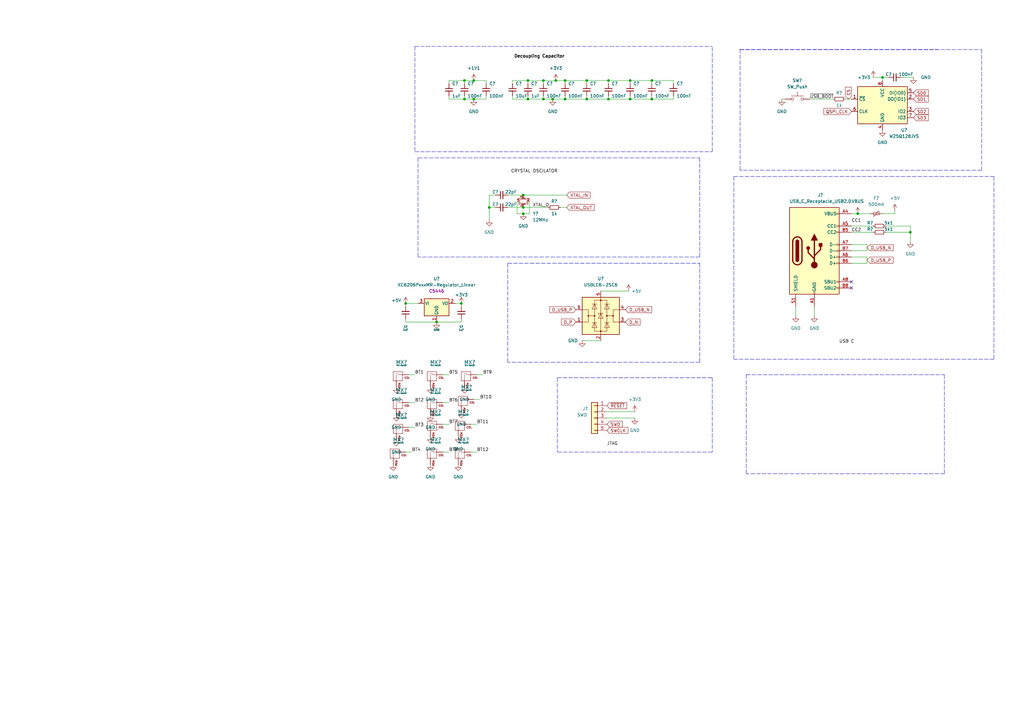
<source format=kicad_sch>
(kicad_sch (version 20211123) (generator eeschema)

  (uuid 2e0b57e8-5cd7-41ef-baed-0327dcb905fa)

  (paper "A3")

  (lib_symbols
    (symbol "Connector:USB_C_Receptacle_USB2.0" (pin_names (offset 1.016)) (in_bom yes) (on_board yes)
      (property "Reference" "J" (id 0) (at -10.16 19.05 0)
        (effects (font (size 1.27 1.27)) (justify left))
      )
      (property "Value" "USB_C_Receptacle_USB2.0" (id 1) (at 19.05 19.05 0)
        (effects (font (size 1.27 1.27)) (justify right))
      )
      (property "Footprint" "" (id 2) (at 3.81 0 0)
        (effects (font (size 1.27 1.27)) hide)
      )
      (property "Datasheet" "https://www.usb.org/sites/default/files/documents/usb_type-c.zip" (id 3) (at 3.81 0 0)
        (effects (font (size 1.27 1.27)) hide)
      )
      (property "ki_keywords" "usb universal serial bus type-C USB2.0" (id 4) (at 0 0 0)
        (effects (font (size 1.27 1.27)) hide)
      )
      (property "ki_description" "USB 2.0-only Type-C Receptacle connector" (id 5) (at 0 0 0)
        (effects (font (size 1.27 1.27)) hide)
      )
      (property "ki_fp_filters" "USB*C*Receptacle*" (id 6) (at 0 0 0)
        (effects (font (size 1.27 1.27)) hide)
      )
      (symbol "USB_C_Receptacle_USB2.0_0_0"
        (rectangle (start -0.254 -17.78) (end 0.254 -16.764)
          (stroke (width 0) (type default) (color 0 0 0 0))
          (fill (type none))
        )
        (rectangle (start 10.16 -14.986) (end 9.144 -15.494)
          (stroke (width 0) (type default) (color 0 0 0 0))
          (fill (type none))
        )
        (rectangle (start 10.16 -12.446) (end 9.144 -12.954)
          (stroke (width 0) (type default) (color 0 0 0 0))
          (fill (type none))
        )
        (rectangle (start 10.16 -4.826) (end 9.144 -5.334)
          (stroke (width 0) (type default) (color 0 0 0 0))
          (fill (type none))
        )
        (rectangle (start 10.16 -2.286) (end 9.144 -2.794)
          (stroke (width 0) (type default) (color 0 0 0 0))
          (fill (type none))
        )
        (rectangle (start 10.16 0.254) (end 9.144 -0.254)
          (stroke (width 0) (type default) (color 0 0 0 0))
          (fill (type none))
        )
        (rectangle (start 10.16 2.794) (end 9.144 2.286)
          (stroke (width 0) (type default) (color 0 0 0 0))
          (fill (type none))
        )
        (rectangle (start 10.16 7.874) (end 9.144 7.366)
          (stroke (width 0) (type default) (color 0 0 0 0))
          (fill (type none))
        )
        (rectangle (start 10.16 10.414) (end 9.144 9.906)
          (stroke (width 0) (type default) (color 0 0 0 0))
          (fill (type none))
        )
        (rectangle (start 10.16 15.494) (end 9.144 14.986)
          (stroke (width 0) (type default) (color 0 0 0 0))
          (fill (type none))
        )
      )
      (symbol "USB_C_Receptacle_USB2.0_0_1"
        (rectangle (start -10.16 17.78) (end 10.16 -17.78)
          (stroke (width 0.254) (type default) (color 0 0 0 0))
          (fill (type background))
        )
        (arc (start -8.89 -3.81) (mid -6.985 -5.715) (end -5.08 -3.81)
          (stroke (width 0.508) (type default) (color 0 0 0 0))
          (fill (type none))
        )
        (arc (start -7.62 -3.81) (mid -6.985 -4.445) (end -6.35 -3.81)
          (stroke (width 0.254) (type default) (color 0 0 0 0))
          (fill (type none))
        )
        (arc (start -7.62 -3.81) (mid -6.985 -4.445) (end -6.35 -3.81)
          (stroke (width 0.254) (type default) (color 0 0 0 0))
          (fill (type outline))
        )
        (rectangle (start -7.62 -3.81) (end -6.35 3.81)
          (stroke (width 0.254) (type default) (color 0 0 0 0))
          (fill (type outline))
        )
        (arc (start -6.35 3.81) (mid -6.985 4.445) (end -7.62 3.81)
          (stroke (width 0.254) (type default) (color 0 0 0 0))
          (fill (type none))
        )
        (arc (start -6.35 3.81) (mid -6.985 4.445) (end -7.62 3.81)
          (stroke (width 0.254) (type default) (color 0 0 0 0))
          (fill (type outline))
        )
        (arc (start -5.08 3.81) (mid -6.985 5.715) (end -8.89 3.81)
          (stroke (width 0.508) (type default) (color 0 0 0 0))
          (fill (type none))
        )
        (circle (center -2.54 1.143) (radius 0.635)
          (stroke (width 0.254) (type default) (color 0 0 0 0))
          (fill (type outline))
        )
        (circle (center 0 -5.842) (radius 1.27)
          (stroke (width 0) (type default) (color 0 0 0 0))
          (fill (type outline))
        )
        (polyline
          (pts
            (xy -8.89 -3.81)
            (xy -8.89 3.81)
          )
          (stroke (width 0.508) (type default) (color 0 0 0 0))
          (fill (type none))
        )
        (polyline
          (pts
            (xy -5.08 3.81)
            (xy -5.08 -3.81)
          )
          (stroke (width 0.508) (type default) (color 0 0 0 0))
          (fill (type none))
        )
        (polyline
          (pts
            (xy 0 -5.842)
            (xy 0 4.318)
          )
          (stroke (width 0.508) (type default) (color 0 0 0 0))
          (fill (type none))
        )
        (polyline
          (pts
            (xy 0 -3.302)
            (xy -2.54 -0.762)
            (xy -2.54 0.508)
          )
          (stroke (width 0.508) (type default) (color 0 0 0 0))
          (fill (type none))
        )
        (polyline
          (pts
            (xy 0 -2.032)
            (xy 2.54 0.508)
            (xy 2.54 1.778)
          )
          (stroke (width 0.508) (type default) (color 0 0 0 0))
          (fill (type none))
        )
        (polyline
          (pts
            (xy -1.27 4.318)
            (xy 0 6.858)
            (xy 1.27 4.318)
            (xy -1.27 4.318)
          )
          (stroke (width 0.254) (type default) (color 0 0 0 0))
          (fill (type outline))
        )
        (rectangle (start 1.905 1.778) (end 3.175 3.048)
          (stroke (width 0.254) (type default) (color 0 0 0 0))
          (fill (type outline))
        )
      )
      (symbol "USB_C_Receptacle_USB2.0_1_1"
        (pin passive line (at 0 -22.86 90) (length 5.08)
          (name "GND" (effects (font (size 1.27 1.27))))
          (number "A1" (effects (font (size 1.27 1.27))))
        )
        (pin passive line (at 0 -22.86 90) (length 5.08) hide
          (name "GND" (effects (font (size 1.27 1.27))))
          (number "A12" (effects (font (size 1.27 1.27))))
        )
        (pin passive line (at 15.24 15.24 180) (length 5.08)
          (name "VBUS" (effects (font (size 1.27 1.27))))
          (number "A4" (effects (font (size 1.27 1.27))))
        )
        (pin bidirectional line (at 15.24 10.16 180) (length 5.08)
          (name "CC1" (effects (font (size 1.27 1.27))))
          (number "A5" (effects (font (size 1.27 1.27))))
        )
        (pin bidirectional line (at 15.24 -2.54 180) (length 5.08)
          (name "D+" (effects (font (size 1.27 1.27))))
          (number "A6" (effects (font (size 1.27 1.27))))
        )
        (pin bidirectional line (at 15.24 2.54 180) (length 5.08)
          (name "D-" (effects (font (size 1.27 1.27))))
          (number "A7" (effects (font (size 1.27 1.27))))
        )
        (pin bidirectional line (at 15.24 -12.7 180) (length 5.08)
          (name "SBU1" (effects (font (size 1.27 1.27))))
          (number "A8" (effects (font (size 1.27 1.27))))
        )
        (pin passive line (at 15.24 15.24 180) (length 5.08) hide
          (name "VBUS" (effects (font (size 1.27 1.27))))
          (number "A9" (effects (font (size 1.27 1.27))))
        )
        (pin passive line (at 0 -22.86 90) (length 5.08) hide
          (name "GND" (effects (font (size 1.27 1.27))))
          (number "B1" (effects (font (size 1.27 1.27))))
        )
        (pin passive line (at 0 -22.86 90) (length 5.08) hide
          (name "GND" (effects (font (size 1.27 1.27))))
          (number "B12" (effects (font (size 1.27 1.27))))
        )
        (pin passive line (at 15.24 15.24 180) (length 5.08) hide
          (name "VBUS" (effects (font (size 1.27 1.27))))
          (number "B4" (effects (font (size 1.27 1.27))))
        )
        (pin bidirectional line (at 15.24 7.62 180) (length 5.08)
          (name "CC2" (effects (font (size 1.27 1.27))))
          (number "B5" (effects (font (size 1.27 1.27))))
        )
        (pin bidirectional line (at 15.24 -5.08 180) (length 5.08)
          (name "D+" (effects (font (size 1.27 1.27))))
          (number "B6" (effects (font (size 1.27 1.27))))
        )
        (pin bidirectional line (at 15.24 0 180) (length 5.08)
          (name "D-" (effects (font (size 1.27 1.27))))
          (number "B7" (effects (font (size 1.27 1.27))))
        )
        (pin bidirectional line (at 15.24 -15.24 180) (length 5.08)
          (name "SBU2" (effects (font (size 1.27 1.27))))
          (number "B8" (effects (font (size 1.27 1.27))))
        )
        (pin passive line (at 15.24 15.24 180) (length 5.08) hide
          (name "VBUS" (effects (font (size 1.27 1.27))))
          (number "B9" (effects (font (size 1.27 1.27))))
        )
        (pin passive line (at -7.62 -22.86 90) (length 5.08)
          (name "SHIELD" (effects (font (size 1.27 1.27))))
          (number "S1" (effects (font (size 1.27 1.27))))
        )
      )
    )
    (symbol "Connector_Generic:Conn_01x05" (pin_names (offset 1.016) hide) (in_bom yes) (on_board yes)
      (property "Reference" "J" (id 0) (at 0 7.62 0)
        (effects (font (size 1.27 1.27)))
      )
      (property "Value" "Conn_01x05" (id 1) (at 0 -7.62 0)
        (effects (font (size 1.27 1.27)))
      )
      (property "Footprint" "" (id 2) (at 0 0 0)
        (effects (font (size 1.27 1.27)) hide)
      )
      (property "Datasheet" "~" (id 3) (at 0 0 0)
        (effects (font (size 1.27 1.27)) hide)
      )
      (property "ki_keywords" "connector" (id 4) (at 0 0 0)
        (effects (font (size 1.27 1.27)) hide)
      )
      (property "ki_description" "Generic connector, single row, 01x05, script generated (kicad-library-utils/schlib/autogen/connector/)" (id 5) (at 0 0 0)
        (effects (font (size 1.27 1.27)) hide)
      )
      (property "ki_fp_filters" "Connector*:*_1x??_*" (id 6) (at 0 0 0)
        (effects (font (size 1.27 1.27)) hide)
      )
      (symbol "Conn_01x05_1_1"
        (rectangle (start -1.27 -4.953) (end 0 -5.207)
          (stroke (width 0.1524) (type default) (color 0 0 0 0))
          (fill (type none))
        )
        (rectangle (start -1.27 -2.413) (end 0 -2.667)
          (stroke (width 0.1524) (type default) (color 0 0 0 0))
          (fill (type none))
        )
        (rectangle (start -1.27 0.127) (end 0 -0.127)
          (stroke (width 0.1524) (type default) (color 0 0 0 0))
          (fill (type none))
        )
        (rectangle (start -1.27 2.667) (end 0 2.413)
          (stroke (width 0.1524) (type default) (color 0 0 0 0))
          (fill (type none))
        )
        (rectangle (start -1.27 5.207) (end 0 4.953)
          (stroke (width 0.1524) (type default) (color 0 0 0 0))
          (fill (type none))
        )
        (rectangle (start -1.27 6.35) (end 1.27 -6.35)
          (stroke (width 0.254) (type default) (color 0 0 0 0))
          (fill (type background))
        )
        (pin passive line (at -5.08 5.08 0) (length 3.81)
          (name "Pin_1" (effects (font (size 1.27 1.27))))
          (number "1" (effects (font (size 1.27 1.27))))
        )
        (pin passive line (at -5.08 2.54 0) (length 3.81)
          (name "Pin_2" (effects (font (size 1.27 1.27))))
          (number "2" (effects (font (size 1.27 1.27))))
        )
        (pin passive line (at -5.08 0 0) (length 3.81)
          (name "Pin_3" (effects (font (size 1.27 1.27))))
          (number "3" (effects (font (size 1.27 1.27))))
        )
        (pin passive line (at -5.08 -2.54 0) (length 3.81)
          (name "Pin_4" (effects (font (size 1.27 1.27))))
          (number "4" (effects (font (size 1.27 1.27))))
        )
        (pin passive line (at -5.08 -5.08 0) (length 3.81)
          (name "Pin_5" (effects (font (size 1.27 1.27))))
          (number "5" (effects (font (size 1.27 1.27))))
        )
      )
    )
    (symbol "Device:C_Small" (pin_numbers hide) (pin_names (offset 0.254) hide) (in_bom yes) (on_board yes)
      (property "Reference" "C" (id 0) (at 0.254 1.778 0)
        (effects (font (size 1.27 1.27)) (justify left))
      )
      (property "Value" "C_Small" (id 1) (at 0.254 -2.032 0)
        (effects (font (size 1.27 1.27)) (justify left))
      )
      (property "Footprint" "" (id 2) (at 0 0 0)
        (effects (font (size 1.27 1.27)) hide)
      )
      (property "Datasheet" "~" (id 3) (at 0 0 0)
        (effects (font (size 1.27 1.27)) hide)
      )
      (property "ki_keywords" "capacitor cap" (id 4) (at 0 0 0)
        (effects (font (size 1.27 1.27)) hide)
      )
      (property "ki_description" "Unpolarized capacitor, small symbol" (id 5) (at 0 0 0)
        (effects (font (size 1.27 1.27)) hide)
      )
      (property "ki_fp_filters" "C_*" (id 6) (at 0 0 0)
        (effects (font (size 1.27 1.27)) hide)
      )
      (symbol "C_Small_0_1"
        (polyline
          (pts
            (xy -1.524 -0.508)
            (xy 1.524 -0.508)
          )
          (stroke (width 0.3302) (type default) (color 0 0 0 0))
          (fill (type none))
        )
        (polyline
          (pts
            (xy -1.524 0.508)
            (xy 1.524 0.508)
          )
          (stroke (width 0.3048) (type default) (color 0 0 0 0))
          (fill (type none))
        )
      )
      (symbol "C_Small_1_1"
        (pin passive line (at 0 2.54 270) (length 2.032)
          (name "~" (effects (font (size 1.27 1.27))))
          (number "1" (effects (font (size 1.27 1.27))))
        )
        (pin passive line (at 0 -2.54 90) (length 2.032)
          (name "~" (effects (font (size 1.27 1.27))))
          (number "2" (effects (font (size 1.27 1.27))))
        )
      )
    )
    (symbol "Device:Crystal_GND24_Small" (pin_names (offset 1.016) hide) (in_bom yes) (on_board yes)
      (property "Reference" "Y" (id 0) (at 1.27 4.445 0)
        (effects (font (size 1.27 1.27)) (justify left))
      )
      (property "Value" "Crystal_GND24_Small" (id 1) (at 1.27 2.54 0)
        (effects (font (size 1.27 1.27)) (justify left))
      )
      (property "Footprint" "" (id 2) (at 0 0 0)
        (effects (font (size 1.27 1.27)) hide)
      )
      (property "Datasheet" "~" (id 3) (at 0 0 0)
        (effects (font (size 1.27 1.27)) hide)
      )
      (property "ki_keywords" "quartz ceramic resonator oscillator" (id 4) (at 0 0 0)
        (effects (font (size 1.27 1.27)) hide)
      )
      (property "ki_description" "Four pin crystal, GND on pins 2 and 4, small symbol" (id 5) (at 0 0 0)
        (effects (font (size 1.27 1.27)) hide)
      )
      (property "ki_fp_filters" "Crystal*" (id 6) (at 0 0 0)
        (effects (font (size 1.27 1.27)) hide)
      )
      (symbol "Crystal_GND24_Small_0_1"
        (rectangle (start -0.762 -1.524) (end 0.762 1.524)
          (stroke (width 0) (type default) (color 0 0 0 0))
          (fill (type none))
        )
        (polyline
          (pts
            (xy -1.27 -0.762)
            (xy -1.27 0.762)
          )
          (stroke (width 0.381) (type default) (color 0 0 0 0))
          (fill (type none))
        )
        (polyline
          (pts
            (xy 1.27 -0.762)
            (xy 1.27 0.762)
          )
          (stroke (width 0.381) (type default) (color 0 0 0 0))
          (fill (type none))
        )
        (polyline
          (pts
            (xy -1.27 -1.27)
            (xy -1.27 -1.905)
            (xy 1.27 -1.905)
            (xy 1.27 -1.27)
          )
          (stroke (width 0) (type default) (color 0 0 0 0))
          (fill (type none))
        )
        (polyline
          (pts
            (xy -1.27 1.27)
            (xy -1.27 1.905)
            (xy 1.27 1.905)
            (xy 1.27 1.27)
          )
          (stroke (width 0) (type default) (color 0 0 0 0))
          (fill (type none))
        )
      )
      (symbol "Crystal_GND24_Small_1_1"
        (pin passive line (at -2.54 0 0) (length 1.27)
          (name "1" (effects (font (size 1.27 1.27))))
          (number "1" (effects (font (size 0.762 0.762))))
        )
        (pin passive line (at 0 -2.54 90) (length 0.635)
          (name "2" (effects (font (size 1.27 1.27))))
          (number "2" (effects (font (size 0.762 0.762))))
        )
        (pin passive line (at 2.54 0 180) (length 1.27)
          (name "3" (effects (font (size 1.27 1.27))))
          (number "3" (effects (font (size 0.762 0.762))))
        )
        (pin passive line (at 0 2.54 270) (length 0.635)
          (name "4" (effects (font (size 1.27 1.27))))
          (number "4" (effects (font (size 0.762 0.762))))
        )
      )
    )
    (symbol "Device:Polyfuse_Small" (pin_numbers hide) (pin_names (offset 0)) (in_bom yes) (on_board yes)
      (property "Reference" "F" (id 0) (at -1.905 0 90)
        (effects (font (size 1.27 1.27)))
      )
      (property "Value" "Polyfuse_Small" (id 1) (at 1.905 0 90)
        (effects (font (size 1.27 1.27)))
      )
      (property "Footprint" "" (id 2) (at 1.27 -5.08 0)
        (effects (font (size 1.27 1.27)) (justify left) hide)
      )
      (property "Datasheet" "~" (id 3) (at 0 0 0)
        (effects (font (size 1.27 1.27)) hide)
      )
      (property "ki_keywords" "resettable fuse PTC PPTC polyfuse polyswitch" (id 4) (at 0 0 0)
        (effects (font (size 1.27 1.27)) hide)
      )
      (property "ki_description" "Resettable fuse, polymeric positive temperature coefficient, small symbol" (id 5) (at 0 0 0)
        (effects (font (size 1.27 1.27)) hide)
      )
      (property "ki_fp_filters" "*polyfuse* *PTC*" (id 6) (at 0 0 0)
        (effects (font (size 1.27 1.27)) hide)
      )
      (symbol "Polyfuse_Small_0_1"
        (rectangle (start -0.508 1.27) (end 0.508 -1.27)
          (stroke (width 0) (type default) (color 0 0 0 0))
          (fill (type none))
        )
        (polyline
          (pts
            (xy 0 2.54)
            (xy 0 -2.54)
          )
          (stroke (width 0) (type default) (color 0 0 0 0))
          (fill (type none))
        )
        (polyline
          (pts
            (xy -1.016 1.27)
            (xy -1.016 0.762)
            (xy 1.016 -0.762)
            (xy 1.016 -1.27)
          )
          (stroke (width 0) (type default) (color 0 0 0 0))
          (fill (type none))
        )
      )
      (symbol "Polyfuse_Small_1_1"
        (pin passive line (at 0 2.54 270) (length 0.635)
          (name "~" (effects (font (size 1.27 1.27))))
          (number "1" (effects (font (size 1.27 1.27))))
        )
        (pin passive line (at 0 -2.54 90) (length 0.635)
          (name "~" (effects (font (size 1.27 1.27))))
          (number "2" (effects (font (size 1.27 1.27))))
        )
      )
    )
    (symbol "Device:R_Small" (pin_numbers hide) (pin_names (offset 0.254) hide) (in_bom yes) (on_board yes)
      (property "Reference" "R" (id 0) (at 0.762 0.508 0)
        (effects (font (size 1.27 1.27)) (justify left))
      )
      (property "Value" "R_Small" (id 1) (at 0.762 -1.016 0)
        (effects (font (size 1.27 1.27)) (justify left))
      )
      (property "Footprint" "" (id 2) (at 0 0 0)
        (effects (font (size 1.27 1.27)) hide)
      )
      (property "Datasheet" "~" (id 3) (at 0 0 0)
        (effects (font (size 1.27 1.27)) hide)
      )
      (property "ki_keywords" "R resistor" (id 4) (at 0 0 0)
        (effects (font (size 1.27 1.27)) hide)
      )
      (property "ki_description" "Resistor, small symbol" (id 5) (at 0 0 0)
        (effects (font (size 1.27 1.27)) hide)
      )
      (property "ki_fp_filters" "R_*" (id 6) (at 0 0 0)
        (effects (font (size 1.27 1.27)) hide)
      )
      (symbol "R_Small_0_1"
        (rectangle (start -0.762 1.778) (end 0.762 -1.778)
          (stroke (width 0.2032) (type default) (color 0 0 0 0))
          (fill (type none))
        )
      )
      (symbol "R_Small_1_1"
        (pin passive line (at 0 2.54 270) (length 0.762)
          (name "~" (effects (font (size 1.27 1.27))))
          (number "1" (effects (font (size 1.27 1.27))))
        )
        (pin passive line (at 0 -2.54 90) (length 0.762)
          (name "~" (effects (font (size 1.27 1.27))))
          (number "2" (effects (font (size 1.27 1.27))))
        )
      )
    )
    (symbol "MX_Alps_Hybrid:MX-NoLED" (pin_names (offset 1.016)) (in_bom yes) (on_board yes)
      (property "Reference" "MX" (id 0) (at -0.635 3.81 0)
        (effects (font (size 1.524 1.524)))
      )
      (property "Value" "MX-NoLED" (id 1) (at -0.635 1.27 0)
        (effects (font (size 0.508 0.508)))
      )
      (property "Footprint" "" (id 2) (at -15.875 -0.635 0)
        (effects (font (size 1.524 1.524)) hide)
      )
      (property "Datasheet" "" (id 3) (at -15.875 -0.635 0)
        (effects (font (size 1.524 1.524)) hide)
      )
      (symbol "MX-NoLED_0_0"
        (rectangle (start -2.54 2.54) (end 1.27 -1.27)
          (stroke (width 0) (type default) (color 0 0 0 0))
          (fill (type none))
        )
        (polyline
          (pts
            (xy -1.27 -1.27)
            (xy -1.27 1.27)
          )
          (stroke (width 0.127) (type default) (color 0 0 0 0))
          (fill (type none))
        )
        (polyline
          (pts
            (xy 1.27 1.27)
            (xy 0 1.27)
            (xy -1.27 1.905)
          )
          (stroke (width 0.127) (type default) (color 0 0 0 0))
          (fill (type none))
        )
        (text "COL" (at 3.175 0 0)
          (effects (font (size 0.762 0.762)))
        )
        (text "ROW" (at 0 -1.905 900)
          (effects (font (size 0.762 0.762)) (justify right))
        )
      )
      (symbol "MX-NoLED_1_1"
        (pin passive line (at 3.81 1.27 180) (length 2.54)
          (name "COL" (effects (font (size 0 0))))
          (number "1" (effects (font (size 0 0))))
        )
        (pin passive line (at -1.27 -3.81 90) (length 2.54)
          (name "ROW" (effects (font (size 0 0))))
          (number "2" (effects (font (size 0 0))))
        )
      )
    )
    (symbol "Memory_Flash:W25Q128JVS" (in_bom yes) (on_board yes)
      (property "Reference" "U" (id 0) (at -8.89 8.89 0)
        (effects (font (size 1.27 1.27)))
      )
      (property "Value" "W25Q128JVS" (id 1) (at 7.62 8.89 0)
        (effects (font (size 1.27 1.27)))
      )
      (property "Footprint" "Package_SO:SOIC-8_5.23x5.23mm_P1.27mm" (id 2) (at 0 0 0)
        (effects (font (size 1.27 1.27)) hide)
      )
      (property "Datasheet" "http://www.winbond.com/resource-files/w25q128jv_dtr%20revc%2003272018%20plus.pdf" (id 3) (at 0 0 0)
        (effects (font (size 1.27 1.27)) hide)
      )
      (property "ki_keywords" "flash memory SPI QPI DTR" (id 4) (at 0 0 0)
        (effects (font (size 1.27 1.27)) hide)
      )
      (property "ki_description" "128Mb Serial Flash Memory, Standard/Dual/Quad SPI, SOIC-8" (id 5) (at 0 0 0)
        (effects (font (size 1.27 1.27)) hide)
      )
      (property "ki_fp_filters" "SOIC*5.23x5.23mm*P1.27mm*" (id 6) (at 0 0 0)
        (effects (font (size 1.27 1.27)) hide)
      )
      (symbol "W25Q128JVS_0_1"
        (rectangle (start -10.16 7.62) (end 10.16 -7.62)
          (stroke (width 0.254) (type default) (color 0 0 0 0))
          (fill (type background))
        )
      )
      (symbol "W25Q128JVS_1_1"
        (pin input line (at -12.7 2.54 0) (length 2.54)
          (name "~{CS}" (effects (font (size 1.27 1.27))))
          (number "1" (effects (font (size 1.27 1.27))))
        )
        (pin bidirectional line (at 12.7 2.54 180) (length 2.54)
          (name "DO(IO1)" (effects (font (size 1.27 1.27))))
          (number "2" (effects (font (size 1.27 1.27))))
        )
        (pin bidirectional line (at 12.7 -2.54 180) (length 2.54)
          (name "IO2" (effects (font (size 1.27 1.27))))
          (number "3" (effects (font (size 1.27 1.27))))
        )
        (pin power_in line (at 0 -10.16 90) (length 2.54)
          (name "GND" (effects (font (size 1.27 1.27))))
          (number "4" (effects (font (size 1.27 1.27))))
        )
        (pin bidirectional line (at 12.7 5.08 180) (length 2.54)
          (name "DI(IO0)" (effects (font (size 1.27 1.27))))
          (number "5" (effects (font (size 1.27 1.27))))
        )
        (pin input line (at -12.7 -2.54 0) (length 2.54)
          (name "CLK" (effects (font (size 1.27 1.27))))
          (number "6" (effects (font (size 1.27 1.27))))
        )
        (pin bidirectional line (at 12.7 -5.08 180) (length 2.54)
          (name "IO3" (effects (font (size 1.27 1.27))))
          (number "7" (effects (font (size 1.27 1.27))))
        )
        (pin power_in line (at 0 10.16 270) (length 2.54)
          (name "VCC" (effects (font (size 1.27 1.27))))
          (number "8" (effects (font (size 1.27 1.27))))
        )
      )
    )
    (symbol "Power_Protection:USBLC6-2SC6" (pin_names hide) (in_bom yes) (on_board yes)
      (property "Reference" "U" (id 0) (at 2.54 8.89 0)
        (effects (font (size 1.27 1.27)) (justify left))
      )
      (property "Value" "USBLC6-2SC6" (id 1) (at 2.54 -8.89 0)
        (effects (font (size 1.27 1.27)) (justify left))
      )
      (property "Footprint" "Package_TO_SOT_SMD:SOT-23-6" (id 2) (at 0 -12.7 0)
        (effects (font (size 1.27 1.27)) hide)
      )
      (property "Datasheet" "https://www.st.com/resource/en/datasheet/usblc6-2.pdf" (id 3) (at 5.08 8.89 0)
        (effects (font (size 1.27 1.27)) hide)
      )
      (property "ki_keywords" "usb ethernet video" (id 4) (at 0 0 0)
        (effects (font (size 1.27 1.27)) hide)
      )
      (property "ki_description" "Very low capacitance ESD protection diode, 2 data-line, SOT-23-6" (id 5) (at 0 0 0)
        (effects (font (size 1.27 1.27)) hide)
      )
      (property "ki_fp_filters" "SOT?23*" (id 6) (at 0 0 0)
        (effects (font (size 1.27 1.27)) hide)
      )
      (symbol "USBLC6-2SC6_0_1"
        (rectangle (start -7.62 -7.62) (end 7.62 7.62)
          (stroke (width 0.254) (type default) (color 0 0 0 0))
          (fill (type background))
        )
        (circle (center -5.08 0) (radius 0.254)
          (stroke (width 0) (type default) (color 0 0 0 0))
          (fill (type outline))
        )
        (circle (center -2.54 0) (radius 0.254)
          (stroke (width 0) (type default) (color 0 0 0 0))
          (fill (type outline))
        )
        (rectangle (start -2.54 6.35) (end 2.54 -6.35)
          (stroke (width 0) (type default) (color 0 0 0 0))
          (fill (type none))
        )
        (circle (center 0 -6.35) (radius 0.254)
          (stroke (width 0) (type default) (color 0 0 0 0))
          (fill (type outline))
        )
        (polyline
          (pts
            (xy -5.08 -2.54)
            (xy -7.62 -2.54)
          )
          (stroke (width 0) (type default) (color 0 0 0 0))
          (fill (type none))
        )
        (polyline
          (pts
            (xy -5.08 0)
            (xy -5.08 -2.54)
          )
          (stroke (width 0) (type default) (color 0 0 0 0))
          (fill (type none))
        )
        (polyline
          (pts
            (xy -5.08 2.54)
            (xy -7.62 2.54)
          )
          (stroke (width 0) (type default) (color 0 0 0 0))
          (fill (type none))
        )
        (polyline
          (pts
            (xy -1.524 -2.794)
            (xy -3.556 -2.794)
          )
          (stroke (width 0) (type default) (color 0 0 0 0))
          (fill (type none))
        )
        (polyline
          (pts
            (xy -1.524 4.826)
            (xy -3.556 4.826)
          )
          (stroke (width 0) (type default) (color 0 0 0 0))
          (fill (type none))
        )
        (polyline
          (pts
            (xy 0 -7.62)
            (xy 0 -6.35)
          )
          (stroke (width 0) (type default) (color 0 0 0 0))
          (fill (type none))
        )
        (polyline
          (pts
            (xy 0 -6.35)
            (xy 0 1.27)
          )
          (stroke (width 0) (type default) (color 0 0 0 0))
          (fill (type none))
        )
        (polyline
          (pts
            (xy 0 1.27)
            (xy 0 6.35)
          )
          (stroke (width 0) (type default) (color 0 0 0 0))
          (fill (type none))
        )
        (polyline
          (pts
            (xy 0 6.35)
            (xy 0 7.62)
          )
          (stroke (width 0) (type default) (color 0 0 0 0))
          (fill (type none))
        )
        (polyline
          (pts
            (xy 1.524 -2.794)
            (xy 3.556 -2.794)
          )
          (stroke (width 0) (type default) (color 0 0 0 0))
          (fill (type none))
        )
        (polyline
          (pts
            (xy 1.524 4.826)
            (xy 3.556 4.826)
          )
          (stroke (width 0) (type default) (color 0 0 0 0))
          (fill (type none))
        )
        (polyline
          (pts
            (xy 5.08 -2.54)
            (xy 7.62 -2.54)
          )
          (stroke (width 0) (type default) (color 0 0 0 0))
          (fill (type none))
        )
        (polyline
          (pts
            (xy 5.08 0)
            (xy 5.08 -2.54)
          )
          (stroke (width 0) (type default) (color 0 0 0 0))
          (fill (type none))
        )
        (polyline
          (pts
            (xy 5.08 2.54)
            (xy 7.62 2.54)
          )
          (stroke (width 0) (type default) (color 0 0 0 0))
          (fill (type none))
        )
        (polyline
          (pts
            (xy -2.54 0)
            (xy -5.08 0)
            (xy -5.08 2.54)
          )
          (stroke (width 0) (type default) (color 0 0 0 0))
          (fill (type none))
        )
        (polyline
          (pts
            (xy 2.54 0)
            (xy 5.08 0)
            (xy 5.08 2.54)
          )
          (stroke (width 0) (type default) (color 0 0 0 0))
          (fill (type none))
        )
        (polyline
          (pts
            (xy -3.556 -4.826)
            (xy -1.524 -4.826)
            (xy -2.54 -2.794)
            (xy -3.556 -4.826)
          )
          (stroke (width 0) (type default) (color 0 0 0 0))
          (fill (type none))
        )
        (polyline
          (pts
            (xy -3.556 2.794)
            (xy -1.524 2.794)
            (xy -2.54 4.826)
            (xy -3.556 2.794)
          )
          (stroke (width 0) (type default) (color 0 0 0 0))
          (fill (type none))
        )
        (polyline
          (pts
            (xy -1.016 -1.016)
            (xy 1.016 -1.016)
            (xy 0 1.016)
            (xy -1.016 -1.016)
          )
          (stroke (width 0) (type default) (color 0 0 0 0))
          (fill (type none))
        )
        (polyline
          (pts
            (xy 1.016 1.016)
            (xy 0.762 1.016)
            (xy -1.016 1.016)
            (xy -1.016 0.508)
          )
          (stroke (width 0) (type default) (color 0 0 0 0))
          (fill (type none))
        )
        (polyline
          (pts
            (xy 3.556 -4.826)
            (xy 1.524 -4.826)
            (xy 2.54 -2.794)
            (xy 3.556 -4.826)
          )
          (stroke (width 0) (type default) (color 0 0 0 0))
          (fill (type none))
        )
        (polyline
          (pts
            (xy 3.556 2.794)
            (xy 1.524 2.794)
            (xy 2.54 4.826)
            (xy 3.556 2.794)
          )
          (stroke (width 0) (type default) (color 0 0 0 0))
          (fill (type none))
        )
        (circle (center 0 6.35) (radius 0.254)
          (stroke (width 0) (type default) (color 0 0 0 0))
          (fill (type outline))
        )
        (circle (center 2.54 0) (radius 0.254)
          (stroke (width 0) (type default) (color 0 0 0 0))
          (fill (type outline))
        )
        (circle (center 5.08 0) (radius 0.254)
          (stroke (width 0) (type default) (color 0 0 0 0))
          (fill (type outline))
        )
      )
      (symbol "USBLC6-2SC6_1_1"
        (pin passive line (at -10.16 -2.54 0) (length 2.54)
          (name "I/O1" (effects (font (size 1.27 1.27))))
          (number "1" (effects (font (size 1.27 1.27))))
        )
        (pin passive line (at 0 -10.16 90) (length 2.54)
          (name "GND" (effects (font (size 1.27 1.27))))
          (number "2" (effects (font (size 1.27 1.27))))
        )
        (pin passive line (at 10.16 -2.54 180) (length 2.54)
          (name "I/O2" (effects (font (size 1.27 1.27))))
          (number "3" (effects (font (size 1.27 1.27))))
        )
        (pin passive line (at 10.16 2.54 180) (length 2.54)
          (name "I/O2" (effects (font (size 1.27 1.27))))
          (number "4" (effects (font (size 1.27 1.27))))
        )
        (pin passive line (at 0 10.16 270) (length 2.54)
          (name "VBUS" (effects (font (size 1.27 1.27))))
          (number "5" (effects (font (size 1.27 1.27))))
        )
        (pin passive line (at -10.16 2.54 0) (length 2.54)
          (name "I/O1" (effects (font (size 1.27 1.27))))
          (number "6" (effects (font (size 1.27 1.27))))
        )
      )
    )
    (symbol "Switch:SW_Push" (pin_numbers hide) (pin_names (offset 1.016) hide) (in_bom yes) (on_board yes)
      (property "Reference" "SW" (id 0) (at 1.27 2.54 0)
        (effects (font (size 1.27 1.27)) (justify left))
      )
      (property "Value" "SW_Push" (id 1) (at 0 -1.524 0)
        (effects (font (size 1.27 1.27)))
      )
      (property "Footprint" "" (id 2) (at 0 5.08 0)
        (effects (font (size 1.27 1.27)) hide)
      )
      (property "Datasheet" "~" (id 3) (at 0 5.08 0)
        (effects (font (size 1.27 1.27)) hide)
      )
      (property "ki_keywords" "switch normally-open pushbutton push-button" (id 4) (at 0 0 0)
        (effects (font (size 1.27 1.27)) hide)
      )
      (property "ki_description" "Push button switch, generic, two pins" (id 5) (at 0 0 0)
        (effects (font (size 1.27 1.27)) hide)
      )
      (symbol "SW_Push_0_1"
        (circle (center -2.032 0) (radius 0.508)
          (stroke (width 0) (type default) (color 0 0 0 0))
          (fill (type none))
        )
        (polyline
          (pts
            (xy 0 1.27)
            (xy 0 3.048)
          )
          (stroke (width 0) (type default) (color 0 0 0 0))
          (fill (type none))
        )
        (polyline
          (pts
            (xy 2.54 1.27)
            (xy -2.54 1.27)
          )
          (stroke (width 0) (type default) (color 0 0 0 0))
          (fill (type none))
        )
        (circle (center 2.032 0) (radius 0.508)
          (stroke (width 0) (type default) (color 0 0 0 0))
          (fill (type none))
        )
        (pin passive line (at -5.08 0 0) (length 2.54)
          (name "1" (effects (font (size 1.27 1.27))))
          (number "1" (effects (font (size 1.27 1.27))))
        )
        (pin passive line (at 5.08 0 180) (length 2.54)
          (name "2" (effects (font (size 1.27 1.27))))
          (number "2" (effects (font (size 1.27 1.27))))
        )
      )
    )
    (symbol "kicad-keyboard-parts:XC6206PxxxMR-Regulator_Linear" (pin_names (offset 0.254)) (in_bom yes) (on_board yes)
      (property "Reference" "U" (id 0) (at -3.81 3.175 0)
        (effects (font (size 1.27 1.27)))
      )
      (property "Value" "XC6206PxxxMR-Regulator_Linear" (id 1) (at 0 3.175 0)
        (effects (font (size 1.27 1.27)) (justify left))
      )
      (property "Footprint" "Package_TO_SOT_SMD:SOT-23" (id 2) (at 0 5.715 0)
        (effects (font (size 1.27 1.27) italic) hide)
      )
      (property "Datasheet" "https://www.torexsemi.com/file/xc6206/XC6206.pdf" (id 3) (at 0 0 0)
        (effects (font (size 1.27 1.27)) hide)
      )
      (property "LCSC" "C5446" (id 4) (at 0 0 0)
        (effects (font (size 1.27 1.27)))
      )
      (property "ki_keywords" "LDO voltage regulator" (id 5) (at 0 0 0)
        (effects (font (size 1.27 1.27)) hide)
      )
      (property "ki_description" "SMD LDO regulator family" (id 6) (at 0 0 0)
        (effects (font (size 1.27 1.27)) hide)
      )
      (property "ki_fp_filters" "SOT?23*" (id 7) (at 0 0 0)
        (effects (font (size 1.27 1.27)) hide)
      )
      (symbol "XC6206PxxxMR-Regulator_Linear_0_1"
        (rectangle (start -5.08 1.905) (end 5.08 -5.08)
          (stroke (width 0.254) (type default) (color 0 0 0 0))
          (fill (type background))
        )
      )
      (symbol "XC6206PxxxMR-Regulator_Linear_1_1"
        (pin power_in line (at 0 -7.62 90) (length 2.54)
          (name "GND" (effects (font (size 1.27 1.27))))
          (number "1" (effects (font (size 1.27 1.27))))
        )
        (pin power_out line (at 7.62 0 180) (length 2.54)
          (name "VO" (effects (font (size 1.27 1.27))))
          (number "2" (effects (font (size 1.27 1.27))))
        )
        (pin power_in line (at -7.62 0 0) (length 2.54)
          (name "VI" (effects (font (size 1.27 1.27))))
          (number "3" (effects (font (size 1.27 1.27))))
        )
      )
    )
    (symbol "power:+1V1" (power) (pin_names (offset 0)) (in_bom yes) (on_board yes)
      (property "Reference" "#PWR" (id 0) (at 0 -3.81 0)
        (effects (font (size 1.27 1.27)) hide)
      )
      (property "Value" "+1V1" (id 1) (at 0 3.556 0)
        (effects (font (size 1.27 1.27)))
      )
      (property "Footprint" "" (id 2) (at 0 0 0)
        (effects (font (size 1.27 1.27)) hide)
      )
      (property "Datasheet" "" (id 3) (at 0 0 0)
        (effects (font (size 1.27 1.27)) hide)
      )
      (property "ki_keywords" "power-flag" (id 4) (at 0 0 0)
        (effects (font (size 1.27 1.27)) hide)
      )
      (property "ki_description" "Power symbol creates a global label with name \"+1V1\"" (id 5) (at 0 0 0)
        (effects (font (size 1.27 1.27)) hide)
      )
      (symbol "+1V1_0_1"
        (polyline
          (pts
            (xy -0.762 1.27)
            (xy 0 2.54)
          )
          (stroke (width 0) (type default) (color 0 0 0 0))
          (fill (type none))
        )
        (polyline
          (pts
            (xy 0 0)
            (xy 0 2.54)
          )
          (stroke (width 0) (type default) (color 0 0 0 0))
          (fill (type none))
        )
        (polyline
          (pts
            (xy 0 2.54)
            (xy 0.762 1.27)
          )
          (stroke (width 0) (type default) (color 0 0 0 0))
          (fill (type none))
        )
      )
      (symbol "+1V1_1_1"
        (pin power_in line (at 0 0 90) (length 0) hide
          (name "+1V1" (effects (font (size 1.27 1.27))))
          (number "1" (effects (font (size 1.27 1.27))))
        )
      )
    )
    (symbol "power:+3.3V" (power) (pin_names (offset 0)) (in_bom yes) (on_board yes)
      (property "Reference" "#PWR" (id 0) (at 0 -3.81 0)
        (effects (font (size 1.27 1.27)) hide)
      )
      (property "Value" "+3.3V" (id 1) (at 0 3.556 0)
        (effects (font (size 1.27 1.27)))
      )
      (property "Footprint" "" (id 2) (at 0 0 0)
        (effects (font (size 1.27 1.27)) hide)
      )
      (property "Datasheet" "" (id 3) (at 0 0 0)
        (effects (font (size 1.27 1.27)) hide)
      )
      (property "ki_keywords" "power-flag" (id 4) (at 0 0 0)
        (effects (font (size 1.27 1.27)) hide)
      )
      (property "ki_description" "Power symbol creates a global label with name \"+3.3V\"" (id 5) (at 0 0 0)
        (effects (font (size 1.27 1.27)) hide)
      )
      (symbol "+3.3V_0_1"
        (polyline
          (pts
            (xy -0.762 1.27)
            (xy 0 2.54)
          )
          (stroke (width 0) (type default) (color 0 0 0 0))
          (fill (type none))
        )
        (polyline
          (pts
            (xy 0 0)
            (xy 0 2.54)
          )
          (stroke (width 0) (type default) (color 0 0 0 0))
          (fill (type none))
        )
        (polyline
          (pts
            (xy 0 2.54)
            (xy 0.762 1.27)
          )
          (stroke (width 0) (type default) (color 0 0 0 0))
          (fill (type none))
        )
      )
      (symbol "+3.3V_1_1"
        (pin power_in line (at 0 0 90) (length 0) hide
          (name "+3V3" (effects (font (size 1.27 1.27))))
          (number "1" (effects (font (size 1.27 1.27))))
        )
      )
    )
    (symbol "power:+3V3" (power) (pin_names (offset 0)) (in_bom yes) (on_board yes)
      (property "Reference" "#PWR" (id 0) (at 0 -3.81 0)
        (effects (font (size 1.27 1.27)) hide)
      )
      (property "Value" "+3V3" (id 1) (at 0 3.556 0)
        (effects (font (size 1.27 1.27)))
      )
      (property "Footprint" "" (id 2) (at 0 0 0)
        (effects (font (size 1.27 1.27)) hide)
      )
      (property "Datasheet" "" (id 3) (at 0 0 0)
        (effects (font (size 1.27 1.27)) hide)
      )
      (property "ki_keywords" "power-flag" (id 4) (at 0 0 0)
        (effects (font (size 1.27 1.27)) hide)
      )
      (property "ki_description" "Power symbol creates a global label with name \"+3V3\"" (id 5) (at 0 0 0)
        (effects (font (size 1.27 1.27)) hide)
      )
      (symbol "+3V3_0_1"
        (polyline
          (pts
            (xy -0.762 1.27)
            (xy 0 2.54)
          )
          (stroke (width 0) (type default) (color 0 0 0 0))
          (fill (type none))
        )
        (polyline
          (pts
            (xy 0 0)
            (xy 0 2.54)
          )
          (stroke (width 0) (type default) (color 0 0 0 0))
          (fill (type none))
        )
        (polyline
          (pts
            (xy 0 2.54)
            (xy 0.762 1.27)
          )
          (stroke (width 0) (type default) (color 0 0 0 0))
          (fill (type none))
        )
      )
      (symbol "+3V3_1_1"
        (pin power_in line (at 0 0 90) (length 0) hide
          (name "+3V3" (effects (font (size 1.27 1.27))))
          (number "1" (effects (font (size 1.27 1.27))))
        )
      )
    )
    (symbol "power:+5V" (power) (pin_names (offset 0)) (in_bom yes) (on_board yes)
      (property "Reference" "#PWR" (id 0) (at 0 -3.81 0)
        (effects (font (size 1.27 1.27)) hide)
      )
      (property "Value" "+5V" (id 1) (at 0 3.556 0)
        (effects (font (size 1.27 1.27)))
      )
      (property "Footprint" "" (id 2) (at 0 0 0)
        (effects (font (size 1.27 1.27)) hide)
      )
      (property "Datasheet" "" (id 3) (at 0 0 0)
        (effects (font (size 1.27 1.27)) hide)
      )
      (property "ki_keywords" "power-flag" (id 4) (at 0 0 0)
        (effects (font (size 1.27 1.27)) hide)
      )
      (property "ki_description" "Power symbol creates a global label with name \"+5V\"" (id 5) (at 0 0 0)
        (effects (font (size 1.27 1.27)) hide)
      )
      (symbol "+5V_0_1"
        (polyline
          (pts
            (xy -0.762 1.27)
            (xy 0 2.54)
          )
          (stroke (width 0) (type default) (color 0 0 0 0))
          (fill (type none))
        )
        (polyline
          (pts
            (xy 0 0)
            (xy 0 2.54)
          )
          (stroke (width 0) (type default) (color 0 0 0 0))
          (fill (type none))
        )
        (polyline
          (pts
            (xy 0 2.54)
            (xy 0.762 1.27)
          )
          (stroke (width 0) (type default) (color 0 0 0 0))
          (fill (type none))
        )
      )
      (symbol "+5V_1_1"
        (pin power_in line (at 0 0 90) (length 0) hide
          (name "+5V" (effects (font (size 1.27 1.27))))
          (number "1" (effects (font (size 1.27 1.27))))
        )
      )
    )
    (symbol "power:GND" (power) (pin_names (offset 0)) (in_bom yes) (on_board yes)
      (property "Reference" "#PWR" (id 0) (at 0 -6.35 0)
        (effects (font (size 1.27 1.27)) hide)
      )
      (property "Value" "GND" (id 1) (at 0 -3.81 0)
        (effects (font (size 1.27 1.27)))
      )
      (property "Footprint" "" (id 2) (at 0 0 0)
        (effects (font (size 1.27 1.27)) hide)
      )
      (property "Datasheet" "" (id 3) (at 0 0 0)
        (effects (font (size 1.27 1.27)) hide)
      )
      (property "ki_keywords" "power-flag" (id 4) (at 0 0 0)
        (effects (font (size 1.27 1.27)) hide)
      )
      (property "ki_description" "Power symbol creates a global label with name \"GND\" , ground" (id 5) (at 0 0 0)
        (effects (font (size 1.27 1.27)) hide)
      )
      (symbol "GND_0_1"
        (polyline
          (pts
            (xy 0 0)
            (xy 0 -1.27)
            (xy 1.27 -1.27)
            (xy 0 -2.54)
            (xy -1.27 -1.27)
            (xy 0 -1.27)
          )
          (stroke (width 0) (type default) (color 0 0 0 0))
          (fill (type none))
        )
      )
      (symbol "GND_1_1"
        (pin power_in line (at 0 0 270) (length 0) hide
          (name "GND" (effects (font (size 1.27 1.27))))
          (number "1" (effects (font (size 1.27 1.27))))
        )
      )
    )
    (symbol "power:VBUS" (power) (pin_names (offset 0)) (in_bom yes) (on_board yes)
      (property "Reference" "#PWR" (id 0) (at 0 -3.81 0)
        (effects (font (size 1.27 1.27)) hide)
      )
      (property "Value" "VBUS" (id 1) (at 0 3.81 0)
        (effects (font (size 1.27 1.27)))
      )
      (property "Footprint" "" (id 2) (at 0 0 0)
        (effects (font (size 1.27 1.27)) hide)
      )
      (property "Datasheet" "" (id 3) (at 0 0 0)
        (effects (font (size 1.27 1.27)) hide)
      )
      (property "ki_keywords" "power-flag" (id 4) (at 0 0 0)
        (effects (font (size 1.27 1.27)) hide)
      )
      (property "ki_description" "Power symbol creates a global label with name \"VBUS\"" (id 5) (at 0 0 0)
        (effects (font (size 1.27 1.27)) hide)
      )
      (symbol "VBUS_0_1"
        (polyline
          (pts
            (xy -0.762 1.27)
            (xy 0 2.54)
          )
          (stroke (width 0) (type default) (color 0 0 0 0))
          (fill (type none))
        )
        (polyline
          (pts
            (xy 0 0)
            (xy 0 2.54)
          )
          (stroke (width 0) (type default) (color 0 0 0 0))
          (fill (type none))
        )
        (polyline
          (pts
            (xy 0 2.54)
            (xy 0.762 1.27)
          )
          (stroke (width 0) (type default) (color 0 0 0 0))
          (fill (type none))
        )
      )
      (symbol "VBUS_1_1"
        (pin power_in line (at 0 0 90) (length 0) hide
          (name "VBUS" (effects (font (size 1.27 1.27))))
          (number "1" (effects (font (size 1.27 1.27))))
        )
      )
    )
  )

  (junction (at 231.775 40.64) (diameter 0) (color 0 0 0 0)
    (uuid 007ed0ff-ece2-45d0-8e98-c4218bfc3864)
  )
  (junction (at 258.445 33.02) (diameter 0) (color 0 0 0 0)
    (uuid 0c6e0ac1-d60a-4c6d-8883-0db978bf2de2)
  )
  (junction (at 216.535 33.02) (diameter 0) (color 0 0 0 0)
    (uuid 1164536b-6bcf-4212-b20f-19373eba3a13)
  )
  (junction (at 249.555 33.02) (diameter 0) (color 0 0 0 0)
    (uuid 2bfab3f9-f219-403c-b019-02bd6f239b87)
  )
  (junction (at 373.38 95.25) (diameter 0) (color 0 0 0 0)
    (uuid 2d69cbee-efb2-4526-8055-36a450e7aae8)
  )
  (junction (at 240.665 40.64) (diameter 0) (color 0 0 0 0)
    (uuid 3ea70b2b-99f4-44c5-84a5-a04ad7aad68c)
  )
  (junction (at 190.5 40.64) (diameter 0) (color 0 0 0 0)
    (uuid 4f90cff3-bbb8-4d47-8913-89dc424ae47d)
  )
  (junction (at 200.66 85.09) (diameter 0) (color 0 0 0 0)
    (uuid 57f8468a-a2e7-4ad6-af60-552d6a1a0a10)
  )
  (junction (at 226.695 40.64) (diameter 0) (color 0 0 0 0)
    (uuid 5f2fe932-59b0-4a62-b0b0-d20281a6027b)
  )
  (junction (at 214.63 85.09) (diameter 0) (color 0 0 0 0)
    (uuid 63daa512-78e4-4796-bca7-2872604c571f)
  )
  (junction (at 189.23 124.46) (diameter 0.9144) (color 0 0 0 0)
    (uuid 687c6411-74b6-45e3-b105-7584e2c21002)
  )
  (junction (at 267.335 40.64) (diameter 0) (color 0 0 0 0)
    (uuid 6e705248-1cd0-4667-b4c8-9f797466ba50)
  )
  (junction (at 179.07 132.08) (diameter 0.9144) (color 0 0 0 0)
    (uuid 78bcfd45-b33a-4891-87ef-adec673d7042)
  )
  (junction (at 267.335 33.02) (diameter 0) (color 0 0 0 0)
    (uuid 84d141e4-5f63-44d3-9460-886d41f0a4a7)
  )
  (junction (at 258.445 40.64) (diameter 0) (color 0 0 0 0)
    (uuid 8ebc8108-69d5-4c8c-a331-186f76775645)
  )
  (junction (at 222.885 40.64) (diameter 0) (color 0 0 0 0)
    (uuid 950f6c00-d8cf-4570-bd44-a1ea782f961f)
  )
  (junction (at 351.79 87.63) (diameter 0) (color 0 0 0 0)
    (uuid a30540a5-d3dd-4637-a1e1-e58b878a8d62)
  )
  (junction (at 231.775 33.02) (diameter 0) (color 0 0 0 0)
    (uuid a8a0b7ff-2bba-43b9-b634-98b34d41699d)
  )
  (junction (at 361.95 31.75) (diameter 0) (color 0 0 0 0)
    (uuid ac4a91b4-d52e-4fc8-8b3a-75ba52d88664)
  )
  (junction (at 249.555 40.64) (diameter 0) (color 0 0 0 0)
    (uuid c19fc84f-4f16-4e55-aa12-56817ad3ca33)
  )
  (junction (at 194.31 33.02) (diameter 0) (color 0 0 0 0)
    (uuid c88a653b-616a-48d7-812b-036df16ae373)
  )
  (junction (at 240.665 33.02) (diameter 0) (color 0 0 0 0)
    (uuid d53ca541-6155-4c1c-bec9-1881056ebd20)
  )
  (junction (at 222.885 33.02) (diameter 0) (color 0 0 0 0)
    (uuid d6aa6ed7-695f-4d5f-b2f6-d4ff342c756e)
  )
  (junction (at 194.31 40.64) (diameter 0) (color 0 0 0 0)
    (uuid e40e2855-6d40-4299-8a0a-a8de379bdfab)
  )
  (junction (at 227.965 33.02) (diameter 0) (color 0 0 0 0)
    (uuid e7e183f9-8649-4560-a8d1-42555d3cd3e3)
  )
  (junction (at 190.5 33.02) (diameter 0) (color 0 0 0 0)
    (uuid eed6cd75-8975-4865-893e-8aefc767775c)
  )
  (junction (at 214.63 87.63) (diameter 0) (color 0 0 0 0)
    (uuid ef8b6235-1640-43b9-8da5-82b6dd16cd13)
  )
  (junction (at 214.63 80.01) (diameter 0) (color 0 0 0 0)
    (uuid f4cc64f3-5fdb-4d35-8c6c-a3ee660dba9d)
  )
  (junction (at 166.37 124.46) (diameter 0.9144) (color 0 0 0 0)
    (uuid f5df51be-1cf0-42d2-9ff4-d1338ff70cdb)
  )
  (junction (at 216.535 40.64) (diameter 0) (color 0 0 0 0)
    (uuid f99f626a-f3df-4965-ba31-c845038e3bfa)
  )

  (no_connect (at 349.25 118.11) (uuid 081d27df-031f-4f56-b428-e348909f2e08))
  (no_connect (at 349.25 115.57) (uuid e9660eee-6cb5-4ab2-811a-f6a11b721abd))

  (wire (pts (xy 184.15 33.02) (xy 184.15 34.29))
    (stroke (width 0) (type default) (color 0 0 0 0))
    (uuid 00bc1921-ff32-481a-8ba1-c27158683bea)
  )
  (polyline (pts (xy 303.53 69.85) (xy 303.53 20.32))
    (stroke (width 0) (type default) (color 0 0 0 0))
    (uuid 0470cc1a-f23b-44e4-9a3a-a23e191e04d1)
  )

  (wire (pts (xy 231.775 40.64) (xy 231.775 39.37))
    (stroke (width 0) (type default) (color 0 0 0 0))
    (uuid 06d50f44-4fa0-4082-9bf1-841f4bfe92b1)
  )
  (polyline (pts (xy 170.18 19.05) (xy 170.18 62.23))
    (stroke (width 0) (type default) (color 0 0 0 0))
    (uuid 08a7384a-ca04-4b30-9c7c-830be418917f)
  )

  (wire (pts (xy 222.885 33.02) (xy 227.965 33.02))
    (stroke (width 0) (type default) (color 0 0 0 0))
    (uuid 0ae73b0a-29c5-4dae-a4e5-d81255fd0630)
  )
  (wire (pts (xy 260.35 171.45) (xy 248.92 171.45))
    (stroke (width 0) (type default) (color 0 0 0 0))
    (uuid 0ae744c5-b65a-4ab0-934a-48b2fa26cd7e)
  )
  (polyline (pts (xy 228.6 154.94) (xy 292.1 154.94))
    (stroke (width 0) (type default) (color 0 0 0 0))
    (uuid 0b24b033-4b5e-43e0-b095-ad3c643aedff)
  )

  (wire (pts (xy 167.64 165.1) (xy 170.18 165.1))
    (stroke (width 0) (type default) (color 0 0 0 0))
    (uuid 14cb6b1a-6278-42db-90d2-31dfdc79c68a)
  )
  (wire (pts (xy 190.5 33.02) (xy 190.5 34.29))
    (stroke (width 0) (type default) (color 0 0 0 0))
    (uuid 1555c200-04ae-4e4c-a0e0-1dd10390c599)
  )
  (wire (pts (xy 238.76 139.7) (xy 246.38 139.7))
    (stroke (width 0) (type default) (color 0 0 0 0))
    (uuid 179c0580-3aca-4a81-9d33-0fe34f175e71)
  )
  (wire (pts (xy 361.95 31.75) (xy 361.95 33.02))
    (stroke (width 0) (type default) (color 0 0 0 0))
    (uuid 1810774a-5cb4-4375-a3bd-f46e5c1c197e)
  )
  (wire (pts (xy 208.28 80.01) (xy 214.63 80.01))
    (stroke (width 0) (type default) (color 0 0 0 0))
    (uuid 19ae7baf-3330-464a-9d4b-124c7e2cf15b)
  )
  (wire (pts (xy 181.61 185.42) (xy 184.15 185.42))
    (stroke (width 0) (type default) (color 0 0 0 0))
    (uuid 1b00f936-fe97-4285-9403-ec678e878a22)
  )
  (polyline (pts (xy 171.45 64.77) (xy 171.45 105.41))
    (stroke (width 0) (type default) (color 0 0 0 0))
    (uuid 1b3410c1-2e3d-4a2c-9661-56b91250e476)
  )

  (wire (pts (xy 184.15 40.64) (xy 190.5 40.64))
    (stroke (width 0) (type default) (color 0 0 0 0))
    (uuid 1df5bc8e-9c4b-4319-8545-2b50daec4920)
  )
  (wire (pts (xy 349.25 95.25) (xy 358.14 95.25))
    (stroke (width 0) (type default) (color 0 0 0 0))
    (uuid 1e0208a4-0367-475e-a696-2aee19eb4ebe)
  )
  (wire (pts (xy 193.04 173.99) (xy 195.58 173.99))
    (stroke (width 0) (type default) (color 0 0 0 0))
    (uuid 1f48cdf7-1cb8-421d-a070-1fc6df9d0904)
  )
  (wire (pts (xy 349.25 92.71) (xy 358.14 92.71))
    (stroke (width 0) (type default) (color 0 0 0 0))
    (uuid 200815a5-c49f-4cef-bdc8-37143cdacba2)
  )
  (wire (pts (xy 267.335 33.02) (xy 267.335 34.29))
    (stroke (width 0) (type default) (color 0 0 0 0))
    (uuid 2061b23c-a255-442e-baf1-69e123c5d358)
  )
  (wire (pts (xy 166.37 124.46) (xy 171.45 124.46))
    (stroke (width 0) (type solid) (color 0 0 0 0))
    (uuid 2290dff9-1d89-43ba-907c-78307c18322d)
  )
  (wire (pts (xy 258.445 33.02) (xy 267.335 33.02))
    (stroke (width 0) (type default) (color 0 0 0 0))
    (uuid 22b5785a-1090-4416-92a4-99c9dc36317e)
  )
  (wire (pts (xy 248.92 168.91) (xy 260.35 168.91))
    (stroke (width 0) (type default) (color 0 0 0 0))
    (uuid 239c1574-7a81-4319-8a00-3c4fecb3466d)
  )
  (wire (pts (xy 190.5 40.64) (xy 194.31 40.64))
    (stroke (width 0) (type default) (color 0 0 0 0))
    (uuid 24287630-53e3-4c5b-b10c-0424953315e2)
  )
  (wire (pts (xy 217.17 87.63) (xy 214.63 87.63))
    (stroke (width 0) (type default) (color 0 0 0 0))
    (uuid 24aaa993-2fd7-4f3f-9447-0a2165354e7c)
  )
  (wire (pts (xy 181.61 153.67) (xy 184.15 153.67))
    (stroke (width 0) (type default) (color 0 0 0 0))
    (uuid 2a1dd5ed-b283-45b5-8575-1bc8e7cbc70c)
  )
  (wire (pts (xy 240.665 33.02) (xy 240.665 34.29))
    (stroke (width 0) (type default) (color 0 0 0 0))
    (uuid 2fd6a03d-4bf2-4716-8d29-15b7d9be7094)
  )
  (wire (pts (xy 346.71 40.64) (xy 349.25 40.64))
    (stroke (width 0) (type default) (color 0 0 0 0))
    (uuid 32e8aa6e-6eb9-4f25-a0f7-e785bb3282f5)
  )
  (wire (pts (xy 190.5 33.02) (xy 184.15 33.02))
    (stroke (width 0) (type default) (color 0 0 0 0))
    (uuid 34238592-f1c9-40d6-a2ce-3b063704dfcc)
  )
  (wire (pts (xy 320.675 40.64) (xy 321.945 40.64))
    (stroke (width 0) (type default) (color 0 0 0 0))
    (uuid 35cfca37-d74f-4177-8178-cead2a84ad6f)
  )
  (wire (pts (xy 194.31 33.02) (xy 190.5 33.02))
    (stroke (width 0) (type default) (color 0 0 0 0))
    (uuid 35f4718c-3073-466d-9a1d-7aa3d3891c66)
  )
  (wire (pts (xy 222.885 33.02) (xy 222.885 34.29))
    (stroke (width 0) (type default) (color 0 0 0 0))
    (uuid 3971ace6-26b3-43f7-8ca1-f8b044ba079c)
  )
  (wire (pts (xy 193.04 185.42) (xy 195.58 185.42))
    (stroke (width 0) (type default) (color 0 0 0 0))
    (uuid 3c0502f7-880c-4fbe-bf4b-d34a30e7a53b)
  )
  (wire (pts (xy 276.225 33.02) (xy 276.225 34.29))
    (stroke (width 0) (type default) (color 0 0 0 0))
    (uuid 3e10b0c6-116c-4f70-b35d-730c9543f6f5)
  )
  (polyline (pts (xy 387.35 153.67) (xy 387.35 194.31))
    (stroke (width 0) (type default) (color 0 0 0 0))
    (uuid 425c218a-3ba6-4bd7-9f2f-b5930e372a9e)
  )
  (polyline (pts (xy 402.59 20.32) (xy 402.59 69.85))
    (stroke (width 0) (type default) (color 0 0 0 0))
    (uuid 45fe462d-5281-4996-8951-c1981b6630d3)
  )

  (wire (pts (xy 231.775 33.02) (xy 240.665 33.02))
    (stroke (width 0) (type default) (color 0 0 0 0))
    (uuid 46703437-2471-4982-a255-4e568557a33f)
  )
  (wire (pts (xy 190.5 39.37) (xy 190.5 40.64))
    (stroke (width 0) (type default) (color 0 0 0 0))
    (uuid 478b0164-d020-4567-9a3c-26f16e9846dd)
  )
  (wire (pts (xy 249.555 33.02) (xy 258.445 33.02))
    (stroke (width 0) (type default) (color 0 0 0 0))
    (uuid 47b86695-21c7-4aa4-b1f8-39b4d6046b24)
  )
  (wire (pts (xy 194.31 33.02) (xy 199.39 33.02))
    (stroke (width 0) (type default) (color 0 0 0 0))
    (uuid 47f33c32-f0d7-48e4-9044-ec1bad9b7aff)
  )
  (polyline (pts (xy 292.1 185.42) (xy 228.6 185.42))
    (stroke (width 0) (type default) (color 0 0 0 0))
    (uuid 48215863-1168-4b8c-bc72-852d3599f016)
  )
  (polyline (pts (xy 407.67 147.32) (xy 300.99 147.32))
    (stroke (width 0) (type default) (color 0 0 0 0))
    (uuid 499e5384-7c96-4b4b-bf96-ecb68cdf8dac)
  )

  (wire (pts (xy 216.535 33.02) (xy 216.535 34.29))
    (stroke (width 0) (type default) (color 0 0 0 0))
    (uuid 49c010ee-ccef-4719-87f8-6bb5146e804d)
  )
  (wire (pts (xy 222.885 40.64) (xy 226.695 40.64))
    (stroke (width 0) (type default) (color 0 0 0 0))
    (uuid 4a0333ed-563d-4273-bc58-d347a788c960)
  )
  (wire (pts (xy 249.555 33.02) (xy 249.555 34.29))
    (stroke (width 0) (type default) (color 0 0 0 0))
    (uuid 4e1e4f87-68ae-4cb8-add8-76a780903e0f)
  )
  (wire (pts (xy 222.885 33.02) (xy 216.535 33.02))
    (stroke (width 0) (type default) (color 0 0 0 0))
    (uuid 4e2ca5b7-4a48-41fe-a0db-1fe11601f3f6)
  )
  (polyline (pts (xy 171.45 64.77) (xy 287.02 64.77))
    (stroke (width 0) (type default) (color 0 0 0 0))
    (uuid 4e8db1c2-02ee-41f1-9659-3f2630a64da4)
  )

  (wire (pts (xy 355.6 105.41) (xy 355.6 107.95))
    (stroke (width 0) (type default) (color 0 0 0 0))
    (uuid 4fbf988c-91a7-458f-8f98-956637da2fd1)
  )
  (wire (pts (xy 199.39 33.02) (xy 199.39 34.29))
    (stroke (width 0) (type default) (color 0 0 0 0))
    (uuid 504dc872-599b-491a-af71-cbf84061cc9a)
  )
  (wire (pts (xy 246.38 119.38) (xy 257.81 119.38))
    (stroke (width 0) (type default) (color 0 0 0 0))
    (uuid 528dd791-60a4-43c6-938b-22f1f486a9ed)
  )
  (polyline (pts (xy 303.53 20.32) (xy 402.59 20.32))
    (stroke (width 0) (type default) (color 0 0 0 0))
    (uuid 52c424c3-f7b9-49c7-94a9-a17176fab745)
  )

  (wire (pts (xy 349.25 105.41) (xy 355.6 105.41))
    (stroke (width 0) (type default) (color 0 0 0 0))
    (uuid 53e7b2ae-9fe4-4a78-804d-79cd789f20b0)
  )
  (wire (pts (xy 226.695 40.64) (xy 231.775 40.64))
    (stroke (width 0) (type default) (color 0 0 0 0))
    (uuid 5424b1ca-5853-457d-ad1b-26d9c4fafe5b)
  )
  (wire (pts (xy 194.31 163.83) (xy 196.85 163.83))
    (stroke (width 0) (type default) (color 0 0 0 0))
    (uuid 55710d3f-290e-4433-a00b-f52a646f3c30)
  )
  (wire (pts (xy 216.535 39.37) (xy 216.535 40.64))
    (stroke (width 0) (type default) (color 0 0 0 0))
    (uuid 55fd2ee5-33f0-45d1-a0de-dc6d061933e2)
  )
  (wire (pts (xy 210.185 40.64) (xy 216.535 40.64))
    (stroke (width 0) (type default) (color 0 0 0 0))
    (uuid 568693d7-a347-4969-b64a-32bb58499a3e)
  )
  (wire (pts (xy 267.335 33.02) (xy 276.225 33.02))
    (stroke (width 0) (type default) (color 0 0 0 0))
    (uuid 5a25ad2f-2a2c-4f98-a005-987311859256)
  )
  (wire (pts (xy 249.555 39.37) (xy 249.555 40.64))
    (stroke (width 0) (type default) (color 0 0 0 0))
    (uuid 5a2a3d0b-dd74-462e-97c9-cd30af537f79)
  )
  (wire (pts (xy 189.23 124.46) (xy 189.23 125.73))
    (stroke (width 0) (type solid) (color 0 0 0 0))
    (uuid 5a39205c-32a1-4989-b777-66b4a0d96e7e)
  )
  (wire (pts (xy 203.2 80.01) (xy 200.66 80.01))
    (stroke (width 0) (type default) (color 0 0 0 0))
    (uuid 5ac269b0-d128-4a19-b4a0-43888e674e40)
  )
  (wire (pts (xy 367.03 87.63) (xy 367.03 86.36))
    (stroke (width 0) (type default) (color 0 0 0 0))
    (uuid 5ac31cbc-4bb5-421e-a8ee-7720e44e840b)
  )
  (polyline (pts (xy 306.07 153.67) (xy 306.07 194.31))
    (stroke (width 0) (type default) (color 0 0 0 0))
    (uuid 5c3a2332-b2d1-4de5-8013-0b6fb4668f6d)
  )

  (wire (pts (xy 369.57 31.75) (xy 374.65 31.75))
    (stroke (width 0) (type default) (color 0 0 0 0))
    (uuid 5cbb25bd-75d2-40ad-a9a3-7d3ed8d29735)
  )
  (polyline (pts (xy 402.59 69.85) (xy 303.53 69.85))
    (stroke (width 0) (type default) (color 0 0 0 0))
    (uuid 5d97f7c2-3f45-4f2e-abb3-d2e81753338f)
  )

  (wire (pts (xy 214.63 80.01) (xy 232.41 80.01))
    (stroke (width 0) (type default) (color 0 0 0 0))
    (uuid 61aba7f2-66a1-436a-9a6b-68cff0a2ff9b)
  )
  (wire (pts (xy 166.37 124.46) (xy 166.37 125.73))
    (stroke (width 0) (type solid) (color 0 0 0 0))
    (uuid 65560059-2aa9-4331-a77c-8e26c9e09167)
  )
  (wire (pts (xy 363.22 92.71) (xy 373.38 92.71))
    (stroke (width 0) (type default) (color 0 0 0 0))
    (uuid 6804fc20-0631-433b-83f9-1b186215244b)
  )
  (polyline (pts (xy 208.28 148.59) (xy 208.28 107.95))
    (stroke (width 0) (type default) (color 0 0 0 0))
    (uuid 6ecb0ee7-3f17-4e3c-aa1a-cdc1bb519df6)
  )

  (wire (pts (xy 200.66 85.09) (xy 200.66 90.17))
    (stroke (width 0) (type default) (color 0 0 0 0))
    (uuid 72f917ac-77ba-49ae-ba46-fc336348f736)
  )
  (wire (pts (xy 355.6 102.87) (xy 349.25 102.87))
    (stroke (width 0) (type default) (color 0 0 0 0))
    (uuid 730132d5-84cb-4f5f-8bc8-4b2afb746803)
  )
  (polyline (pts (xy 300.99 72.39) (xy 300.99 147.32))
    (stroke (width 0) (type default) (color 0 0 0 0))
    (uuid 73c297fd-0d7a-4a4f-90eb-0fb0144f5a0e)
  )
  (polyline (pts (xy 170.18 19.05) (xy 292.1 19.05))
    (stroke (width 0) (type default) (color 0 0 0 0))
    (uuid 7593379d-ec4d-4305-96af-c0b05f22f387)
  )
  (polyline (pts (xy 287.02 64.77) (xy 287.02 105.41))
    (stroke (width 0) (type default) (color 0 0 0 0))
    (uuid 77bebeed-4175-40ca-ac67-8843ca1c9d51)
  )

  (wire (pts (xy 210.185 39.37) (xy 210.185 40.64))
    (stroke (width 0) (type default) (color 0 0 0 0))
    (uuid 78621084-47c4-49f3-a991-18f144ad8a17)
  )
  (wire (pts (xy 276.225 40.64) (xy 276.225 39.37))
    (stroke (width 0) (type default) (color 0 0 0 0))
    (uuid 78a5ccd9-0f39-48f2-adec-fc67ab02f6b9)
  )
  (wire (pts (xy 184.15 39.37) (xy 184.15 40.64))
    (stroke (width 0) (type default) (color 0 0 0 0))
    (uuid 7c4ff0d0-218d-4420-9833-6ec2088710e9)
  )
  (wire (pts (xy 214.63 85.09) (xy 224.79 85.09))
    (stroke (width 0) (type default) (color 0 0 0 0))
    (uuid 802c828d-e638-4c1f-a0a8-d41ba784e74e)
  )
  (polyline (pts (xy 300.99 72.39) (xy 407.67 72.39))
    (stroke (width 0) (type default) (color 0 0 0 0))
    (uuid 81890497-739a-4f4d-9ea2-ef2ff915a175)
  )

  (wire (pts (xy 189.23 130.81) (xy 189.23 132.08))
    (stroke (width 0) (type solid) (color 0 0 0 0))
    (uuid 820fdeff-b8c4-4ef7-afd1-98cf57e0e919)
  )
  (wire (pts (xy 210.185 34.29) (xy 210.185 33.02))
    (stroke (width 0) (type default) (color 0 0 0 0))
    (uuid 8245692b-2eb7-4c16-b708-e23e60ed2105)
  )
  (wire (pts (xy 351.79 87.63) (xy 356.87 87.63))
    (stroke (width 0) (type default) (color 0 0 0 0))
    (uuid 83a6ccd5-428d-4918-b6aa-c1f197af6e9a)
  )
  (wire (pts (xy 349.25 87.63) (xy 351.79 87.63))
    (stroke (width 0) (type default) (color 0 0 0 0))
    (uuid 853b81ab-93c0-4be2-ab53-4142eeeb2eaa)
  )
  (wire (pts (xy 332.105 40.64) (xy 341.63 40.64))
    (stroke (width 0) (type default) (color 0 0 0 0))
    (uuid 863f7d6b-a10b-473d-baca-67ce5753bcea)
  )
  (wire (pts (xy 334.01 125.73) (xy 334.01 129.54))
    (stroke (width 0) (type default) (color 0 0 0 0))
    (uuid 8c398a96-13af-4844-b5e9-6553c8651a0c)
  )
  (wire (pts (xy 267.335 40.64) (xy 276.225 40.64))
    (stroke (width 0) (type default) (color 0 0 0 0))
    (uuid 90fc9b0d-94a6-4cc1-9d70-8de591ae0a16)
  )
  (wire (pts (xy 363.22 95.25) (xy 373.38 95.25))
    (stroke (width 0) (type default) (color 0 0 0 0))
    (uuid 913cfa2c-1af2-4b64-82cb-fd7359c84bf1)
  )
  (wire (pts (xy 200.66 85.09) (xy 203.2 85.09))
    (stroke (width 0) (type default) (color 0 0 0 0))
    (uuid 918b6ec9-4c64-4b93-915b-560171094028)
  )
  (polyline (pts (xy 306.07 153.67) (xy 387.35 153.67))
    (stroke (width 0) (type default) (color 0 0 0 0))
    (uuid 9620ba66-92a7-4193-ab60-75e007df8172)
  )
  (polyline (pts (xy 292.1 62.23) (xy 292.1 19.05))
    (stroke (width 0) (type default) (color 0 0 0 0))
    (uuid 98c0c3c0-ceb2-47bb-8ea8-12099de333f5)
  )

  (wire (pts (xy 240.665 40.64) (xy 249.555 40.64))
    (stroke (width 0) (type default) (color 0 0 0 0))
    (uuid 9d70e626-5796-480e-9a40-3e6cbae0bd86)
  )
  (wire (pts (xy 167.64 175.26) (xy 170.18 175.26))
    (stroke (width 0) (type default) (color 0 0 0 0))
    (uuid 9e3cbfd5-d591-4ecb-9894-6002b7bc8111)
  )
  (polyline (pts (xy 208.28 107.95) (xy 287.02 107.95))
    (stroke (width 0) (type default) (color 0 0 0 0))
    (uuid 9fec4a26-b720-40db-811f-eb62c658f0c5)
  )
  (polyline (pts (xy 170.18 62.23) (xy 292.1 62.23))
    (stroke (width 0) (type default) (color 0 0 0 0))
    (uuid a242bfef-2033-448c-b34e-0b74f1f01b7d)
  )

  (wire (pts (xy 326.39 125.73) (xy 326.39 129.54))
    (stroke (width 0) (type default) (color 0 0 0 0))
    (uuid a7024587-e0c4-423b-ad10-8a8c65407353)
  )
  (wire (pts (xy 227.965 33.02) (xy 231.775 33.02))
    (stroke (width 0) (type default) (color 0 0 0 0))
    (uuid a747e31a-9304-4cb9-8bbe-590f5bae0b5e)
  )
  (wire (pts (xy 179.07 132.08) (xy 189.23 132.08))
    (stroke (width 0) (type solid) (color 0 0 0 0))
    (uuid a8e25f0d-0e37-4825-88d2-24c35a58ac33)
  )
  (wire (pts (xy 355.6 100.33) (xy 355.6 102.87))
    (stroke (width 0) (type default) (color 0 0 0 0))
    (uuid a927b347-80e2-46ac-a62a-7617778fc266)
  )
  (wire (pts (xy 258.445 39.37) (xy 258.445 40.64))
    (stroke (width 0) (type default) (color 0 0 0 0))
    (uuid aac7cfe3-97b9-468b-a338-958fe9b0d769)
  )
  (wire (pts (xy 240.665 33.02) (xy 249.555 33.02))
    (stroke (width 0) (type default) (color 0 0 0 0))
    (uuid ab224ec2-f537-44d6-815d-92279cabe922)
  )
  (wire (pts (xy 216.535 40.64) (xy 222.885 40.64))
    (stroke (width 0) (type default) (color 0 0 0 0))
    (uuid ab5424d5-7722-4a69-9907-eb818ed15829)
  )
  (wire (pts (xy 361.95 87.63) (xy 367.03 87.63))
    (stroke (width 0) (type default) (color 0 0 0 0))
    (uuid ac45aa31-4828-4e96-9060-9a1a63b4f617)
  )
  (wire (pts (xy 179.07 132.08) (xy 166.37 132.08))
    (stroke (width 0) (type solid) (color 0 0 0 0))
    (uuid ac4d101d-ccf9-40e1-8ef8-b91a776ba9f7)
  )
  (wire (pts (xy 186.69 124.46) (xy 189.23 124.46))
    (stroke (width 0) (type solid) (color 0 0 0 0))
    (uuid af0ae790-f144-46c1-9932-ee38c49a264e)
  )
  (wire (pts (xy 212.09 82.55) (xy 212.09 87.63))
    (stroke (width 0) (type default) (color 0 0 0 0))
    (uuid b57295f0-253a-4188-b232-4bad13bab8a5)
  )
  (polyline (pts (xy 287.02 107.95) (xy 287.02 148.59))
    (stroke (width 0) (type default) (color 0 0 0 0))
    (uuid b87de4cf-137c-4280-a503-ebfa88ac62ec)
  )

  (wire (pts (xy 231.775 33.02) (xy 231.775 34.29))
    (stroke (width 0) (type default) (color 0 0 0 0))
    (uuid bb562b0a-cc90-4338-90b2-e02598863aa7)
  )
  (wire (pts (xy 200.66 80.01) (xy 200.66 85.09))
    (stroke (width 0) (type default) (color 0 0 0 0))
    (uuid bce28547-b1f5-49dd-8102-9e2e6ee21766)
  )
  (wire (pts (xy 373.38 95.25) (xy 373.38 99.06))
    (stroke (width 0) (type default) (color 0 0 0 0))
    (uuid bd3d9ad5-f6e1-4ba8-99ce-3037ebcc3c83)
  )
  (wire (pts (xy 361.95 31.75) (xy 364.49 31.75))
    (stroke (width 0) (type default) (color 0 0 0 0))
    (uuid bd6461ae-bda6-477b-9432-aed3512be831)
  )
  (wire (pts (xy 258.445 33.02) (xy 258.445 34.29))
    (stroke (width 0) (type default) (color 0 0 0 0))
    (uuid be15a992-6a02-4623-98df-1a01c35fe8bd)
  )
  (polyline (pts (xy 228.6 154.94) (xy 228.6 185.42))
    (stroke (width 0) (type default) (color 0 0 0 0))
    (uuid c14590bc-9bef-487d-8fce-e79eae37ba1c)
  )

  (wire (pts (xy 195.58 153.67) (xy 198.12 153.67))
    (stroke (width 0) (type default) (color 0 0 0 0))
    (uuid c1a7cde4-2c5a-45cb-ba65-b1a57a193574)
  )
  (polyline (pts (xy 292.1 154.94) (xy 292.1 185.42))
    (stroke (width 0) (type default) (color 0 0 0 0))
    (uuid c27ac1f9-4b0e-4eb7-8e60-c29510936ea1)
  )

  (wire (pts (xy 355.6 107.95) (xy 349.25 107.95))
    (stroke (width 0) (type default) (color 0 0 0 0))
    (uuid c30b246d-bd89-4bca-a9d8-552e98316ae3)
  )
  (wire (pts (xy 222.885 39.37) (xy 222.885 40.64))
    (stroke (width 0) (type default) (color 0 0 0 0))
    (uuid c4cf7e14-a67a-4315-944c-91d893879c52)
  )
  (wire (pts (xy 373.38 92.71) (xy 373.38 95.25))
    (stroke (width 0) (type default) (color 0 0 0 0))
    (uuid c623d1c4-df55-49bb-8ceb-ec79dce67242)
  )
  (wire (pts (xy 349.25 100.33) (xy 355.6 100.33))
    (stroke (width 0) (type default) (color 0 0 0 0))
    (uuid c71fce76-4623-4f97-91ae-bc24eaebfe11)
  )
  (wire (pts (xy 194.31 40.64) (xy 199.39 40.64))
    (stroke (width 0) (type default) (color 0 0 0 0))
    (uuid c8b32f2c-f309-4ac8-b127-fe64f1e66d81)
  )
  (wire (pts (xy 258.445 40.64) (xy 267.335 40.64))
    (stroke (width 0) (type default) (color 0 0 0 0))
    (uuid d0f98316-96e9-4573-bca6-4199bcdf75af)
  )
  (wire (pts (xy 267.335 40.64) (xy 267.335 39.37))
    (stroke (width 0) (type default) (color 0 0 0 0))
    (uuid d3bb6e80-8840-4968-838c-edabd771ea67)
  )
  (polyline (pts (xy 387.35 194.31) (xy 306.07 194.31))
    (stroke (width 0) (type default) (color 0 0 0 0))
    (uuid d5cf6e42-b1be-42bf-93f6-90defb56e9b0)
  )

  (wire (pts (xy 181.61 173.99) (xy 184.15 173.99))
    (stroke (width 0) (type default) (color 0 0 0 0))
    (uuid dafdd122-45dd-4af1-99c3-bbe3b521cbdc)
  )
  (wire (pts (xy 217.17 82.55) (xy 217.17 87.63))
    (stroke (width 0) (type default) (color 0 0 0 0))
    (uuid dbb5746a-c0c6-4dd4-ba7c-d175a9e93924)
  )
  (wire (pts (xy 358.14 31.75) (xy 361.95 31.75))
    (stroke (width 0) (type default) (color 0 0 0 0))
    (uuid de3013b1-cdb8-4fd6-8123-10e0d5d351ee)
  )
  (polyline (pts (xy 303.53 20.32) (xy 384.81 20.32))
    (stroke (width 0) (type default) (color 0 0 0 0))
    (uuid e3b95a6d-804d-4f35-ae3e-294d4edea253)
  )

  (wire (pts (xy 181.61 165.1) (xy 184.15 165.1))
    (stroke (width 0) (type default) (color 0 0 0 0))
    (uuid e42ff9f8-a70d-499f-ad39-08d7a5950e08)
  )
  (polyline (pts (xy 407.67 72.39) (xy 407.67 147.32))
    (stroke (width 0) (type default) (color 0 0 0 0))
    (uuid e6d548d5-69c9-4b1c-a7bd-985740c7eb27)
  )
  (polyline (pts (xy 287.02 105.41) (xy 171.45 105.41))
    (stroke (width 0) (type default) (color 0 0 0 0))
    (uuid e79c0136-8f7b-48b1-a33e-6b07c1a93e3f)
  )

  (wire (pts (xy 167.64 153.67) (xy 170.18 153.67))
    (stroke (width 0) (type default) (color 0 0 0 0))
    (uuid e7a9cde5-2737-4622-9b2c-4cdf910d85e0)
  )
  (wire (pts (xy 212.09 87.63) (xy 214.63 87.63))
    (stroke (width 0) (type default) (color 0 0 0 0))
    (uuid e99a4c93-9fc6-4102-8e9d-60814759551c)
  )
  (wire (pts (xy 166.37 185.42) (xy 168.91 185.42))
    (stroke (width 0) (type default) (color 0 0 0 0))
    (uuid ea77a4b5-3b7b-4f53-b964-6fbabdebdc1b)
  )
  (wire (pts (xy 210.185 33.02) (xy 216.535 33.02))
    (stroke (width 0) (type default) (color 0 0 0 0))
    (uuid ead4478a-8a66-4f01-b2ff-bfbd7459a922)
  )
  (wire (pts (xy 199.39 40.64) (xy 199.39 39.37))
    (stroke (width 0) (type default) (color 0 0 0 0))
    (uuid eb82df87-9bb5-4d68-aa46-c3c28abb25ce)
  )
  (wire (pts (xy 166.37 130.81) (xy 166.37 132.08))
    (stroke (width 0) (type solid) (color 0 0 0 0))
    (uuid ec903aa8-bac6-4f06-b8ab-df5c9bbb0924)
  )
  (polyline (pts (xy 287.02 148.59) (xy 208.28 148.59))
    (stroke (width 0) (type default) (color 0 0 0 0))
    (uuid edd3bef0-24f9-4fe7-bf90-b075cbf5b056)
  )

  (wire (pts (xy 231.775 40.64) (xy 240.665 40.64))
    (stroke (width 0) (type default) (color 0 0 0 0))
    (uuid eed2d968-51dc-479b-98d3-19441f14d5b6)
  )
  (wire (pts (xy 249.555 40.64) (xy 258.445 40.64))
    (stroke (width 0) (type default) (color 0 0 0 0))
    (uuid ef72e505-d873-4000-b0e2-fafd1fa08f5c)
  )
  (wire (pts (xy 240.665 40.64) (xy 240.665 39.37))
    (stroke (width 0) (type default) (color 0 0 0 0))
    (uuid f3ec6b84-a115-4ad7-8db9-69ea0f98c150)
  )
  (wire (pts (xy 229.87 85.09) (xy 232.41 85.09))
    (stroke (width 0) (type default) (color 0 0 0 0))
    (uuid f9708a24-ac8c-40ba-b6f7-658873c786fe)
  )
  (wire (pts (xy 208.28 85.09) (xy 214.63 85.09))
    (stroke (width 0) (type default) (color 0 0 0 0))
    (uuid ffd4ddf4-dac7-48de-af24-8589c5051174)
  )

  (label "~{USB_BOOT}" (at 332.105 40.64 0)
    (effects (font (size 1.27 1.27)) (justify left bottom))
    (uuid 03e9b7ff-23f5-4153-a08a-ae4d13d34d87)
  )
  (label "BT5" (at 184.15 153.67 0)
    (effects (font (size 1.27 1.27)) (justify left bottom))
    (uuid 0f7e9974-bb94-4a39-b32d-15b842ffcb79)
  )
  (label "BT9" (at 198.12 153.67 0)
    (effects (font (size 1.27 1.27)) (justify left bottom))
    (uuid 13f48573-39e9-47b7-b06e-44a173713875)
  )
  (label "BT1" (at 170.18 153.67 0)
    (effects (font (size 1.27 1.27)) (justify left bottom))
    (uuid 165fc365-90b8-4487-af30-356062f9a61f)
  )
  (label "BT11" (at 195.58 173.99 0)
    (effects (font (size 1.27 1.27)) (justify left bottom))
    (uuid 1f4ac526-2d3f-430e-83e3-ecd9f3be6075)
  )
  (label "BT2" (at 170.18 165.1 0)
    (effects (font (size 1.27 1.27)) (justify left bottom))
    (uuid 2e831cd0-7518-4296-a4c3-6305ca177a98)
  )
  (label "CC2" (at 349.25 95.25 0)
    (effects (font (size 1.27 1.27)) (justify left bottom))
    (uuid 3a35a3da-9e8a-442b-b056-5be645e1802c)
  )
  (label "BT7" (at 184.15 173.99 0)
    (effects (font (size 1.27 1.27)) (justify left bottom))
    (uuid 3defb503-3e37-4b34-9713-f019c02291ce)
  )
  (label "BT8" (at 184.15 185.42 0)
    (effects (font (size 1.27 1.27)) (justify left bottom))
    (uuid 52d9a6c6-98fa-41fd-b700-c9c21bdb454d)
  )
  (label "BT4" (at 168.91 185.42 0)
    (effects (font (size 1.27 1.27)) (justify left bottom))
    (uuid 558f6fb0-8ae9-45bd-872f-8be9d2406ca6)
  )
  (label "CC1" (at 349.25 91.44 0)
    (effects (font (size 1.27 1.27)) (justify left bottom))
    (uuid 5fb7bc2d-24bd-45ae-8a3d-04bcd3fe8270)
  )
  (label "BT10" (at 196.85 163.83 0)
    (effects (font (size 1.27 1.27)) (justify left bottom))
    (uuid 6223c887-fc60-494b-a981-457939773433)
  )
  (label "Decoupling Capacitor" (at 210.82 24.13 0)
    (effects (font (size 1.27 1.27) (thickness 0.254) bold) (justify left bottom))
    (uuid 6bee2d49-ae6b-4bd3-9137-f17bcf472832)
  )
  (label "CRYSTAL OSCILATOR" (at 209.55 71.12 0)
    (effects (font (size 1.27 1.27)) (justify left bottom))
    (uuid 7dbd5cdf-768d-4148-915e-523d318a0ddc)
  )
  (label "XTAL_O" (at 218.44 85.09 0)
    (effects (font (size 1.27 1.27)) (justify left bottom))
    (uuid 91901724-7a0c-4285-ae2c-951fc104f020)
  )
  (label "BT12" (at 195.58 185.42 0)
    (effects (font (size 1.27 1.27)) (justify left bottom))
    (uuid 9899960d-c795-4c1a-a281-9b7071135b06)
  )
  (label "JTAG" (at 248.92 182.88 0)
    (effects (font (size 1.27 1.27)) (justify left bottom))
    (uuid c6a13de4-8b54-4d65-941d-818dcf6397f2)
  )
  (label "USB C" (at 344.17 140.97 0)
    (effects (font (size 1.27 1.27)) (justify left bottom))
    (uuid cbf574b2-1888-4160-9891-cdfcc21615d4)
  )
  (label "BT3" (at 170.18 175.26 0)
    (effects (font (size 1.27 1.27)) (justify left bottom))
    (uuid d787d356-b7a2-437e-9a79-15f32caef628)
  )
  (label "BT6" (at 184.15 165.1 0)
    (effects (font (size 1.27 1.27)) (justify left bottom))
    (uuid e57e1b92-c82c-4578-9e8c-c0344e224fec)
  )

  (global_label "SD3" (shape input) (at 374.65 48.26 0) (fields_autoplaced)
    (effects (font (size 1.27 1.27)) (justify left))
    (uuid 17c8aac0-71e3-4d38-81ad-6c32221f0aae)
    (property "Intersheet References" "${INTERSHEET_REFS}" (id 0) (at 380.7521 48.1806 0)
      (effects (font (size 1.27 1.27)) (justify left) hide)
    )
  )
  (global_label "~{RESET}" (shape input) (at 248.92 166.37 0) (fields_autoplaced)
    (effects (font (size 1.27 1.27)) (justify left))
    (uuid 3012de97-f01b-4f0b-9892-c25f15e4c6ff)
    (property "Intersheet References" "${INTERSHEET_REFS}" (id 0) (at 257.0783 166.2906 0)
      (effects (font (size 1.27 1.27)) (justify left) hide)
    )
  )
  (global_label "SD2" (shape input) (at 374.65 45.72 0) (fields_autoplaced)
    (effects (font (size 1.27 1.27)) (justify left))
    (uuid 3509cafc-aa57-480e-a588-86bab08c4cde)
    (property "Intersheet References" "${INTERSHEET_REFS}" (id 0) (at 380.7521 45.6406 0)
      (effects (font (size 1.27 1.27)) (justify left) hide)
    )
  )
  (global_label "QSPI_CLK" (shape input) (at 349.25 45.72 180) (fields_autoplaced)
    (effects (font (size 1.27 1.27)) (justify right))
    (uuid 4dc36fb6-7ea8-4999-9d0f-17e2c49d3d78)
    (property "Intersheet References" "${INTERSHEET_REFS}" (id 0) (at 337.8864 45.6406 0)
      (effects (font (size 1.27 1.27)) (justify right) hide)
    )
  )
  (global_label "D_USB_P" (shape input) (at 236.22 127 180) (fields_autoplaced)
    (effects (font (size 1.27 1.27)) (justify right))
    (uuid 5d6ff798-d5e6-418b-8b2d-f6f1a36be50b)
    (property "Intersheet References" "${INTERSHEET_REFS}" (id 0) (at 225.5217 126.9206 0)
      (effects (font (size 1.27 1.27)) (justify right) hide)
    )
  )
  (global_label "SWCLK" (shape input) (at 248.92 176.53 0) (fields_autoplaced)
    (effects (font (size 1.27 1.27)) (justify left))
    (uuid 5dee8ce5-208b-4b02-918d-c4990a0cfd62)
    (property "Intersheet References" "${INTERSHEET_REFS}" (id 0) (at 257.5621 176.4506 0)
      (effects (font (size 1.27 1.27)) (justify left) hide)
    )
  )
  (global_label "SD0" (shape input) (at 374.65 38.1 0) (fields_autoplaced)
    (effects (font (size 1.27 1.27)) (justify left))
    (uuid 6e521f4d-5f39-49c7-869a-6669f438620c)
    (property "Intersheet References" "${INTERSHEET_REFS}" (id 0) (at 380.7521 38.0206 0)
      (effects (font (size 1.27 1.27)) (justify left) hide)
    )
  )
  (global_label "SWD" (shape input) (at 248.92 173.99 0) (fields_autoplaced)
    (effects (font (size 1.27 1.27)) (justify left))
    (uuid 7544f408-2d1e-4e2e-948c-e49633bf0bc0)
    (property "Intersheet References" "${INTERSHEET_REFS}" (id 0) (at 255.2641 173.9106 0)
      (effects (font (size 1.27 1.27)) (justify left) hide)
    )
  )
  (global_label "D_USB_N" (shape input) (at 256.54 127 0) (fields_autoplaced)
    (effects (font (size 1.27 1.27)) (justify left))
    (uuid 772887a1-640c-41f8-b21a-d39677d2c5ef)
    (property "Intersheet References" "${INTERSHEET_REFS}" (id 0) (at 267.2988 126.9206 0)
      (effects (font (size 1.27 1.27)) (justify left) hide)
    )
  )
  (global_label "XTAL_OUT" (shape input) (at 232.41 85.09 0) (fields_autoplaced)
    (effects (font (size 1.27 1.27)) (justify left))
    (uuid 8a5bc4ce-d235-4008-b7bc-63aa3eaa596f)
    (property "Intersheet References" "${INTERSHEET_REFS}" (id 0) (at 243.7131 85.0106 0)
      (effects (font (size 1.27 1.27)) (justify left) hide)
    )
  )
  (global_label "CS" (shape input) (at 347.98 40.64 90) (fields_autoplaced)
    (effects (font (size 1.27 1.27)) (justify left))
    (uuid a995cb0d-108b-4958-b80a-b29443da0773)
    (property "Intersheet References" "${INTERSHEET_REFS}" (id 0) (at 347.9006 35.7474 90)
      (effects (font (size 1.27 1.27)) (justify left) hide)
    )
  )
  (global_label "SD1" (shape input) (at 374.65 40.64 0) (fields_autoplaced)
    (effects (font (size 1.27 1.27)) (justify left))
    (uuid aa972ee1-4960-45bf-9294-56672397b669)
    (property "Intersheet References" "${INTERSHEET_REFS}" (id 0) (at 380.7521 40.5606 0)
      (effects (font (size 1.27 1.27)) (justify left) hide)
    )
  )
  (global_label "D_USB_N" (shape input) (at 355.6 101.6 0) (fields_autoplaced)
    (effects (font (size 1.27 1.27)) (justify left))
    (uuid bc59aa59-2902-4346-8524-23789924bc97)
    (property "Intersheet References" "${INTERSHEET_REFS}" (id 0) (at 366.3588 101.5206 0)
      (effects (font (size 1.27 1.27)) (justify left) hide)
    )
  )
  (global_label "D_P" (shape input) (at 236.22 132.08 180) (fields_autoplaced)
    (effects (font (size 1.27 1.27)) (justify right))
    (uuid d43d2413-713e-48e3-a416-4c0572ef8398)
    (property "Intersheet References" "${INTERSHEET_REFS}" (id 0) (at 230.2993 132.0006 0)
      (effects (font (size 1.27 1.27)) (justify right) hide)
    )
  )
  (global_label "D_N" (shape input) (at 256.54 132.08 0) (fields_autoplaced)
    (effects (font (size 1.27 1.27)) (justify left))
    (uuid d80ddab7-b566-4565-9152-58a04347614f)
    (property "Intersheet References" "${INTERSHEET_REFS}" (id 0) (at 262.5212 132.1594 0)
      (effects (font (size 1.27 1.27)) (justify left) hide)
    )
  )
  (global_label "XTAL_IN" (shape input) (at 232.41 80.01 0) (fields_autoplaced)
    (effects (font (size 1.27 1.27)) (justify left))
    (uuid e4d3b4fd-4a70-4554-9873-45a12c667652)
    (property "Intersheet References" "${INTERSHEET_REFS}" (id 0) (at 242.0198 79.9306 0)
      (effects (font (size 1.27 1.27)) (justify left) hide)
    )
  )
  (global_label "D_USB_P" (shape input) (at 355.6 106.68 0) (fields_autoplaced)
    (effects (font (size 1.27 1.27)) (justify left))
    (uuid fc17a406-b567-4312-8fff-8f2489fa9e20)
    (property "Intersheet References" "${INTERSHEET_REFS}" (id 0) (at 366.2983 106.6006 0)
      (effects (font (size 1.27 1.27)) (justify left) hide)
    )
  )

  (symbol (lib_id "Device:C_Small") (at 205.74 85.09 90) (unit 1)
    (in_bom yes) (on_board yes)
    (uuid 007e1bc9-f027-479c-b1fa-d9c628f1ce13)
    (property "Reference" "C?" (id 0) (at 203.2 83.82 90))
    (property "Value" "22pF" (id 1) (at 209.55 83.82 90))
    (property "Footprint" "Capacitor_SMD:C_0402_1005Metric" (id 2) (at 205.74 85.09 0)
      (effects (font (size 1.27 1.27)) hide)
    )
    (property "Datasheet" "~" (id 3) (at 205.74 85.09 0)
      (effects (font (size 1.27 1.27)) hide)
    )
    (property "LCSC" "C1555" (id 4) (at 205.74 85.09 0)
      (effects (font (size 1.27 1.27)) hide)
    )
    (pin "1" (uuid 06fa66c2-551b-48f9-96ad-2bc22e32cc12))
    (pin "2" (uuid aca95018-86ff-481c-af0a-33bcbb809c88))
  )

  (symbol (lib_id "power:GND") (at 176.53 170.18 0) (unit 1)
    (in_bom yes) (on_board yes) (fields_autoplaced)
    (uuid 02599918-65ef-4d5a-9b0f-92195f0e99a9)
    (property "Reference" "#PWR?" (id 0) (at 176.53 176.53 0)
      (effects (font (size 1.27 1.27)) hide)
    )
    (property "Value" "GND" (id 1) (at 176.53 175.26 0))
    (property "Footprint" "" (id 2) (at 176.53 170.18 0)
      (effects (font (size 1.27 1.27)) hide)
    )
    (property "Datasheet" "" (id 3) (at 176.53 170.18 0)
      (effects (font (size 1.27 1.27)) hide)
    )
    (pin "1" (uuid 61bdfb2c-29eb-440f-bbe6-7f3d7de0bbed))
  )

  (symbol (lib_id "power:GND") (at 214.63 87.63 0) (unit 1)
    (in_bom yes) (on_board yes) (fields_autoplaced)
    (uuid 03e705e7-630e-40e8-8558-37ac18df64d5)
    (property "Reference" "#PWR?" (id 0) (at 214.63 93.98 0)
      (effects (font (size 1.27 1.27)) hide)
    )
    (property "Value" "GND" (id 1) (at 214.63 92.71 0))
    (property "Footprint" "" (id 2) (at 214.63 87.63 0)
      (effects (font (size 1.27 1.27)) hide)
    )
    (property "Datasheet" "" (id 3) (at 214.63 87.63 0)
      (effects (font (size 1.27 1.27)) hide)
    )
    (pin "1" (uuid a9ee189e-1078-4e33-bca2-97e7a21e1a9d))
  )

  (symbol (lib_id "power:GND") (at 226.695 40.64 0) (unit 1)
    (in_bom yes) (on_board yes) (fields_autoplaced)
    (uuid 0eb3e598-d2e7-47e2-8509-3b9fb625a852)
    (property "Reference" "#PWR?" (id 0) (at 226.695 46.99 0)
      (effects (font (size 1.27 1.27)) hide)
    )
    (property "Value" "GND" (id 1) (at 226.695 45.72 0))
    (property "Footprint" "" (id 2) (at 226.695 40.64 0)
      (effects (font (size 1.27 1.27)) hide)
    )
    (property "Datasheet" "" (id 3) (at 226.695 40.64 0)
      (effects (font (size 1.27 1.27)) hide)
    )
    (pin "1" (uuid 62c0ccb7-4e58-43fd-9ca6-083a9f53b654))
  )

  (symbol (lib_id "power:GND") (at 176.53 158.75 0) (unit 1)
    (in_bom yes) (on_board yes) (fields_autoplaced)
    (uuid 0f517806-0732-4d71-b14f-3f9366480330)
    (property "Reference" "#PWR?" (id 0) (at 176.53 165.1 0)
      (effects (font (size 1.27 1.27)) hide)
    )
    (property "Value" "GND" (id 1) (at 176.53 163.83 0))
    (property "Footprint" "" (id 2) (at 176.53 158.75 0)
      (effects (font (size 1.27 1.27)) hide)
    )
    (property "Datasheet" "" (id 3) (at 176.53 158.75 0)
      (effects (font (size 1.27 1.27)) hide)
    )
    (pin "1" (uuid fe0ee8d3-2794-4a24-81cb-51a7da7e209d))
  )

  (symbol (lib_id "Device:C_Small") (at 231.775 36.83 0) (unit 1)
    (in_bom yes) (on_board yes)
    (uuid 148765e4-ec76-4a2b-9427-caf0c72fda0b)
    (property "Reference" "C?" (id 0) (at 233.045 34.2899 0)
      (effects (font (size 1.27 1.27)) (justify left))
    )
    (property "Value" "100nF" (id 1) (at 233.045 39.3699 0)
      (effects (font (size 1.27 1.27)) (justify left))
    )
    (property "Footprint" "Capacitor_SMD:C_0402_1005Metric" (id 2) (at 231.775 36.83 0)
      (effects (font (size 1.27 1.27)) hide)
    )
    (property "Datasheet" "~" (id 3) (at 231.775 36.83 0)
      (effects (font (size 1.27 1.27)) hide)
    )
    (property "LCSC" "C1525" (id 4) (at 231.775 36.83 0)
      (effects (font (size 1.27 1.27)) hide)
    )
    (pin "1" (uuid f4aa6cc2-7049-4efb-a221-98bba78eb148))
    (pin "2" (uuid 8e553a13-9434-43fc-8f76-99b720be6a05))
  )

  (symbol (lib_id "power:GND") (at 373.38 99.06 0) (unit 1)
    (in_bom yes) (on_board yes) (fields_autoplaced)
    (uuid 17dea782-6b2a-423c-91da-f67c5dac5a9d)
    (property "Reference" "#PWR?" (id 0) (at 373.38 105.41 0)
      (effects (font (size 1.27 1.27)) hide)
    )
    (property "Value" "GND" (id 1) (at 373.38 104.14 0))
    (property "Footprint" "" (id 2) (at 373.38 99.06 0)
      (effects (font (size 1.27 1.27)) hide)
    )
    (property "Datasheet" "" (id 3) (at 373.38 99.06 0)
      (effects (font (size 1.27 1.27)) hide)
    )
    (pin "1" (uuid e3008156-6826-4ddb-958b-e25e4171bc52))
  )

  (symbol (lib_id "kicad-keyboard-parts:XC6206PxxxMR-Regulator_Linear") (at 179.07 124.46 0) (unit 1)
    (in_bom yes) (on_board yes)
    (uuid 1a667295-1bab-4f19-9aa7-6e133100fb2b)
    (property "Reference" "U?" (id 0) (at 179.07 114.3 0))
    (property "Value" "XC6206PxxxMR-Regulator_Linear" (id 1) (at 179.07 116.84 0))
    (property "Footprint" "Package_TO_SOT_SMD:SOT-23" (id 2) (at 179.07 118.745 0)
      (effects (font (size 1.27 1.27) italic) hide)
    )
    (property "Datasheet" "https://www.torexsemi.com/file/xc6206/XC6206.pdf" (id 3) (at 179.07 124.46 0)
      (effects (font (size 1.27 1.27)) hide)
    )
    (property "LCSC" "C5446" (id 4) (at 179.07 119.38 0))
    (pin "1" (uuid 8e29b8c2-98f5-46ac-a3a6-821d0a96f268))
    (pin "2" (uuid e84565af-08ed-4835-a295-121ac40072f8))
    (pin "3" (uuid bb5698ce-f6ca-4a34-8a7c-7b17738d6bdd))
  )

  (symbol (lib_id "MX_Alps_Hybrid:MX-NoLED") (at 177.8 166.37 0) (unit 1)
    (in_bom yes) (on_board yes) (fields_autoplaced)
    (uuid 1bcdfbc0-5d84-4ba9-aa41-3286c30a4723)
    (property "Reference" "MX?" (id 0) (at 178.6856 160.02 0)
      (effects (font (size 1.524 1.524)))
    )
    (property "Value" "MX-NoLED" (id 1) (at 178.6856 161.29 0)
      (effects (font (size 0.508 0.508)))
    )
    (property "Footprint" "" (id 2) (at 161.925 167.005 0)
      (effects (font (size 1.524 1.524)) hide)
    )
    (property "Datasheet" "" (id 3) (at 161.925 167.005 0)
      (effects (font (size 1.524 1.524)) hide)
    )
    (pin "1" (uuid fe46be35-4c34-4cef-afac-be5a1487d2f0))
    (pin "2" (uuid b67ee95e-7fcb-41a2-a262-2ce66738f5e6))
  )

  (symbol (lib_id "power:GND") (at 176.53 190.5 0) (unit 1)
    (in_bom yes) (on_board yes) (fields_autoplaced)
    (uuid 1c0ee369-9757-491f-8947-281ac88ec43a)
    (property "Reference" "#PWR?" (id 0) (at 176.53 196.85 0)
      (effects (font (size 1.27 1.27)) hide)
    )
    (property "Value" "GND" (id 1) (at 176.53 195.58 0))
    (property "Footprint" "" (id 2) (at 176.53 190.5 0)
      (effects (font (size 1.27 1.27)) hide)
    )
    (property "Datasheet" "" (id 3) (at 176.53 190.5 0)
      (effects (font (size 1.27 1.27)) hide)
    )
    (pin "1" (uuid 4f065708-36d7-4501-815f-9f099d782a87))
  )

  (symbol (lib_id "power:GND") (at 190.5 158.75 0) (unit 1)
    (in_bom yes) (on_board yes) (fields_autoplaced)
    (uuid 1d13d209-2679-4c0c-8fdb-7d1cc78da39f)
    (property "Reference" "#PWR?" (id 0) (at 190.5 165.1 0)
      (effects (font (size 1.27 1.27)) hide)
    )
    (property "Value" "GND" (id 1) (at 190.5 163.83 0))
    (property "Footprint" "" (id 2) (at 190.5 158.75 0)
      (effects (font (size 1.27 1.27)) hide)
    )
    (property "Datasheet" "" (id 3) (at 190.5 158.75 0)
      (effects (font (size 1.27 1.27)) hide)
    )
    (pin "1" (uuid 88cc53ea-bc7b-4b1f-ac63-4d145cc6df53))
  )

  (symbol (lib_id "Device:C_Small") (at 367.03 31.75 90) (unit 1)
    (in_bom yes) (on_board yes)
    (uuid 22065779-5da0-4c6c-8b78-8f527b80b6b0)
    (property "Reference" "C?" (id 0) (at 365.7599 30.48 90)
      (effects (font (size 1.27 1.27)) (justify left))
    )
    (property "Value" "100nF" (id 1) (at 374.6499 30.48 90)
      (effects (font (size 1.27 1.27)) (justify left))
    )
    (property "Footprint" "Capacitor_SMD:C_0402_1005Metric" (id 2) (at 367.03 31.75 0)
      (effects (font (size 1.27 1.27)) hide)
    )
    (property "Datasheet" "~" (id 3) (at 367.03 31.75 0)
      (effects (font (size 1.27 1.27)) hide)
    )
    (property "LCSC" "C1525" (id 4) (at 367.03 31.75 0)
      (effects (font (size 1.27 1.27)) hide)
    )
    (pin "1" (uuid a100b67d-ea35-4835-8a44-d702c1ae0489))
    (pin "2" (uuid ce22cf9c-64af-4cc6-a0d6-382012f7f6cb))
  )

  (symbol (lib_id "power:GND") (at 326.39 129.54 0) (unit 1)
    (in_bom yes) (on_board yes) (fields_autoplaced)
    (uuid 2b4ec925-ae45-40d8-999c-d2d252b47961)
    (property "Reference" "#PWR?" (id 0) (at 326.39 135.89 0)
      (effects (font (size 1.27 1.27)) hide)
    )
    (property "Value" "GND" (id 1) (at 326.39 134.62 0))
    (property "Footprint" "" (id 2) (at 326.39 129.54 0)
      (effects (font (size 1.27 1.27)) hide)
    )
    (property "Datasheet" "" (id 3) (at 326.39 129.54 0)
      (effects (font (size 1.27 1.27)) hide)
    )
    (pin "1" (uuid f6702ee7-8630-4452-bd58-702192c19507))
  )

  (symbol (lib_id "power:GND") (at 320.675 40.64 0) (unit 1)
    (in_bom yes) (on_board yes)
    (uuid 2d588661-422b-4d13-ba10-a8310f7ee941)
    (property "Reference" "#PWR?" (id 0) (at 320.675 46.99 0)
      (effects (font (size 1.27 1.27)) hide)
    )
    (property "Value" "GND" (id 1) (at 320.675 45.72 0))
    (property "Footprint" "" (id 2) (at 320.675 40.64 0)
      (effects (font (size 1.27 1.27)) hide)
    )
    (property "Datasheet" "" (id 3) (at 320.675 40.64 0)
      (effects (font (size 1.27 1.27)) hide)
    )
    (pin "1" (uuid 98717020-6540-4581-90ba-30ffc711ddd7))
  )

  (symbol (lib_id "Device:C_Small") (at 258.445 36.83 0) (unit 1)
    (in_bom yes) (on_board yes)
    (uuid 30acfd1c-a053-4ef6-9338-ff6e117d6552)
    (property "Reference" "C?" (id 0) (at 259.715 34.2899 0)
      (effects (font (size 1.27 1.27)) (justify left))
    )
    (property "Value" "100nF" (id 1) (at 259.715 39.3699 0)
      (effects (font (size 1.27 1.27)) (justify left))
    )
    (property "Footprint" "Capacitor_SMD:C_0402_1005Metric" (id 2) (at 258.445 36.83 0)
      (effects (font (size 1.27 1.27)) hide)
    )
    (property "Datasheet" "~" (id 3) (at 258.445 36.83 0)
      (effects (font (size 1.27 1.27)) hide)
    )
    (property "LCSC" "C1525" (id 4) (at 258.445 36.83 0)
      (effects (font (size 1.27 1.27)) hide)
    )
    (pin "1" (uuid 0b5c3d6b-e09d-40c3-a1b5-4c266bc14777))
    (pin "2" (uuid 9b249d96-64b1-4850-b31d-c6061b7a167c))
  )

  (symbol (lib_id "power:+3V3") (at 260.35 168.91 0) (unit 1)
    (in_bom yes) (on_board yes) (fields_autoplaced)
    (uuid 30c53af3-64d3-475d-b8fe-a84f65fb50de)
    (property "Reference" "#PWR?" (id 0) (at 260.35 172.72 0)
      (effects (font (size 1.27 1.27)) hide)
    )
    (property "Value" "+3V3" (id 1) (at 260.35 163.83 0))
    (property "Footprint" "" (id 2) (at 260.35 168.91 0)
      (effects (font (size 1.27 1.27)) hide)
    )
    (property "Datasheet" "" (id 3) (at 260.35 168.91 0)
      (effects (font (size 1.27 1.27)) hide)
    )
    (pin "1" (uuid 18385df2-af59-466c-8def-7db5b8702227))
  )

  (symbol (lib_id "MX_Alps_Hybrid:MX-NoLED") (at 191.77 154.94 0) (unit 1)
    (in_bom yes) (on_board yes) (fields_autoplaced)
    (uuid 4747b70a-9ebb-4fd1-a457-1a99488f0bbc)
    (property "Reference" "MX?" (id 0) (at 192.6556 148.59 0)
      (effects (font (size 1.524 1.524)))
    )
    (property "Value" "MX-NoLED" (id 1) (at 192.6556 149.86 0)
      (effects (font (size 0.508 0.508)))
    )
    (property "Footprint" "" (id 2) (at 175.895 155.575 0)
      (effects (font (size 1.524 1.524)) hide)
    )
    (property "Datasheet" "" (id 3) (at 175.895 155.575 0)
      (effects (font (size 1.524 1.524)) hide)
    )
    (pin "1" (uuid a31d6c70-960d-44f1-b8b6-120e7151e473))
    (pin "2" (uuid 7308debe-0298-40bc-a210-562e0ba3e480))
  )

  (symbol (lib_id "Device:C_Small") (at 267.335 36.83 0) (unit 1)
    (in_bom yes) (on_board yes)
    (uuid 4e421ca8-bad4-42fa-aca0-95c9557eb236)
    (property "Reference" "C?" (id 0) (at 268.605 34.2899 0)
      (effects (font (size 1.27 1.27)) (justify left))
    )
    (property "Value" "100nF" (id 1) (at 268.605 39.3699 0)
      (effects (font (size 1.27 1.27)) (justify left))
    )
    (property "Footprint" "Capacitor_SMD:C_0402_1005Metric" (id 2) (at 267.335 36.83 0)
      (effects (font (size 1.27 1.27)) hide)
    )
    (property "Datasheet" "~" (id 3) (at 267.335 36.83 0)
      (effects (font (size 1.27 1.27)) hide)
    )
    (property "LCSC" "C1525" (id 4) (at 267.335 36.83 0)
      (effects (font (size 1.27 1.27)) hide)
    )
    (pin "1" (uuid 1a758eef-a49d-4855-b3d6-d939dd7490d1))
    (pin "2" (uuid 3fefbb1b-b406-4a07-af4b-a60ba36ca7d8))
  )

  (symbol (lib_id "Device:R_Small") (at 227.33 85.09 90) (unit 1)
    (in_bom yes) (on_board yes)
    (uuid 4e6bb720-7d74-4dd9-8c41-4410541d2cf0)
    (property "Reference" "R?" (id 0) (at 227.33 82.55 90))
    (property "Value" "1k" (id 1) (at 227.33 87.63 90))
    (property "Footprint" "Resistor_SMD:R_0402_1005Metric" (id 2) (at 227.33 85.09 0)
      (effects (font (size 1.27 1.27)) hide)
    )
    (property "Datasheet" "~" (id 3) (at 227.33 85.09 0)
      (effects (font (size 1.27 1.27)) hide)
    )
    (property "LCSC" "C11702" (id 4) (at 227.33 85.09 0)
      (effects (font (size 1.27 1.27)) hide)
    )
    (pin "1" (uuid 2bc21162-6d6d-4172-97c9-cf0b36d8ce43))
    (pin "2" (uuid 88e5fb49-86c3-4a23-879c-f7ca0a3873dc))
  )

  (symbol (lib_id "power:GND") (at 334.01 129.54 0) (unit 1)
    (in_bom yes) (on_board yes) (fields_autoplaced)
    (uuid 4f1e7c9c-4b7d-4c18-a043-1ff5cf068ce9)
    (property "Reference" "#PWR?" (id 0) (at 334.01 135.89 0)
      (effects (font (size 1.27 1.27)) hide)
    )
    (property "Value" "GND" (id 1) (at 334.01 134.62 0))
    (property "Footprint" "" (id 2) (at 334.01 129.54 0)
      (effects (font (size 1.27 1.27)) hide)
    )
    (property "Datasheet" "" (id 3) (at 334.01 129.54 0)
      (effects (font (size 1.27 1.27)) hide)
    )
    (pin "1" (uuid 6084a842-df87-4154-be64-efa0c7ba9956))
  )

  (symbol (lib_id "MX_Alps_Hybrid:MX-NoLED") (at 190.5 165.1 0) (unit 1)
    (in_bom yes) (on_board yes) (fields_autoplaced)
    (uuid 4f74e421-74dd-43d2-8b0b-e17ee69f0229)
    (property "Reference" "MX?" (id 0) (at 191.3856 158.75 0)
      (effects (font (size 1.524 1.524)))
    )
    (property "Value" "MX-NoLED" (id 1) (at 191.3856 160.02 0)
      (effects (font (size 0.508 0.508)))
    )
    (property "Footprint" "" (id 2) (at 174.625 165.735 0)
      (effects (font (size 1.524 1.524)) hide)
    )
    (property "Datasheet" "" (id 3) (at 174.625 165.735 0)
      (effects (font (size 1.524 1.524)) hide)
    )
    (pin "1" (uuid ccadcf6e-2551-45a7-96e5-5ec952174ae5))
    (pin "2" (uuid 7992de00-fbf0-40b8-b6d6-cf47df6f6908))
  )

  (symbol (lib_id "Connector:USB_C_Receptacle_USB2.0") (at 334.01 102.87 0) (unit 1)
    (in_bom yes) (on_board yes)
    (uuid 544fecbb-835e-44a5-8375-68f956744127)
    (property "Reference" "J?" (id 0) (at 336.4865 80.01 0))
    (property "Value" "USB_C_Receptacle_USB2.0" (id 1) (at 336.4865 82.55 0))
    (property "Footprint" "Connector_USB:USB_C_Receptacle_HRO_TYPE-C-31-M-12" (id 2) (at 337.82 102.87 0)
      (effects (font (size 1.27 1.27)) hide)
    )
    (property "Datasheet" "https://www.usb.org/sites/default/files/documents/usb_type-c.zip" (id 3) (at 337.82 102.87 0)
      (effects (font (size 1.27 1.27)) hide)
    )
    (property "LCSC" "C165948" (id 4) (at 334.01 102.87 0)
      (effects (font (size 1.27 1.27)) hide)
    )
    (pin "A1" (uuid a0938360-7624-4513-9064-75d649076de5))
    (pin "A12" (uuid 9f5de4e3-5a87-4d0c-a687-af2ee682545e))
    (pin "A4" (uuid 326a96c0-2fe9-4963-865d-c809d8756711))
    (pin "A5" (uuid e4c3249f-b294-494f-86d4-2ffc79398fcb))
    (pin "A6" (uuid 741bdb20-138d-490f-a931-c2a1344761d5))
    (pin "A7" (uuid b8b7d3ba-6de5-4843-8bc6-1eff6f46ec68))
    (pin "A8" (uuid 9a2f8691-dae8-4134-9b4f-59955cfc3c9d))
    (pin "A9" (uuid 3636d956-d226-4d90-80d2-af24307bfcda))
    (pin "B1" (uuid 5d8ef39f-3c1c-487d-b3b0-3ac98ecb3c40))
    (pin "B12" (uuid f78e0d8a-9e69-4047-8bf1-e99dbe28b402))
    (pin "B4" (uuid a456a4c4-e2b3-4b23-86c7-70218f12fc98))
    (pin "B5" (uuid c6687d2e-f3df-458a-9897-a68e277dfdb6))
    (pin "B6" (uuid 138cda43-13a7-4cc5-8088-7392c382d9a0))
    (pin "B7" (uuid bd73ff4b-1355-402e-90fd-469a77fc9bc9))
    (pin "B8" (uuid 38483f0c-69da-4652-a260-e0754dcc3dc5))
    (pin "B9" (uuid 4df500b8-10a5-45eb-a424-55952800daef))
    (pin "S1" (uuid 3d67c531-d5a0-4347-a402-45af7e885ac2))
  )

  (symbol (lib_id "power:+5V") (at 367.03 86.36 0) (unit 1)
    (in_bom yes) (on_board yes) (fields_autoplaced)
    (uuid 5617d124-e9b2-4df7-aaa5-3f446f3ec28f)
    (property "Reference" "#PWR?" (id 0) (at 367.03 90.17 0)
      (effects (font (size 1.27 1.27)) hide)
    )
    (property "Value" "+5V" (id 1) (at 367.03 81.28 0))
    (property "Footprint" "" (id 2) (at 367.03 86.36 0)
      (effects (font (size 1.27 1.27)) hide)
    )
    (property "Datasheet" "" (id 3) (at 367.03 86.36 0)
      (effects (font (size 1.27 1.27)) hide)
    )
    (pin "1" (uuid 5403c3e1-0829-4a9c-8f6e-987816cfb0b2))
  )

  (symbol (lib_id "power:GND") (at 179.07 132.08 0) (unit 1)
    (in_bom yes) (on_board yes)
    (uuid 5aee32fa-67d6-4204-829a-368d18558711)
    (property "Reference" "#PWR?" (id 0) (at 179.07 138.43 0)
      (effects (font (size 1.27 1.27)) hide)
    )
    (property "Value" "GND" (id 1) (at 179.07 135.255 0)
      (effects (font (size 0.762 0.762)))
    )
    (property "Footprint" "" (id 2) (at 179.07 132.08 0)
      (effects (font (size 1.27 1.27)) hide)
    )
    (property "Datasheet" "" (id 3) (at 179.07 132.08 0)
      (effects (font (size 1.27 1.27)) hide)
    )
    (pin "1" (uuid 266d41c2-eac4-419e-b6f8-f600d2fba572))
  )

  (symbol (lib_id "Device:C_Small") (at 222.885 36.83 0) (unit 1)
    (in_bom yes) (on_board yes)
    (uuid 5b6e4588-4e55-46f0-bc29-63f7fb7bd1db)
    (property "Reference" "C?" (id 0) (at 224.155 34.2899 0)
      (effects (font (size 1.27 1.27)) (justify left))
    )
    (property "Value" "100nF" (id 1) (at 224.155 39.3699 0)
      (effects (font (size 1.27 1.27)) (justify left))
    )
    (property "Footprint" "Capacitor_SMD:C_0402_1005Metric" (id 2) (at 222.885 36.83 0)
      (effects (font (size 1.27 1.27)) hide)
    )
    (property "Datasheet" "~" (id 3) (at 222.885 36.83 0)
      (effects (font (size 1.27 1.27)) hide)
    )
    (property "LCSC" "C1525" (id 4) (at 222.885 36.83 0)
      (effects (font (size 1.27 1.27)) hide)
    )
    (pin "1" (uuid c4400706-3053-4fcc-acd7-e41650a853a5))
    (pin "2" (uuid 3015543b-64f0-4027-bf0d-14d282da0045))
  )

  (symbol (lib_id "power:GND") (at 162.56 170.18 0) (unit 1)
    (in_bom yes) (on_board yes) (fields_autoplaced)
    (uuid 5bd924d8-532c-42f7-aabe-e64ef87685df)
    (property "Reference" "#PWR?" (id 0) (at 162.56 176.53 0)
      (effects (font (size 1.27 1.27)) hide)
    )
    (property "Value" "GND" (id 1) (at 162.56 175.26 0))
    (property "Footprint" "" (id 2) (at 162.56 170.18 0)
      (effects (font (size 1.27 1.27)) hide)
    )
    (property "Datasheet" "" (id 3) (at 162.56 170.18 0)
      (effects (font (size 1.27 1.27)) hide)
    )
    (pin "1" (uuid 08bda375-1e01-4b98-b06c-d95a9f78a414))
  )

  (symbol (lib_id "MX_Alps_Hybrid:MX-NoLED") (at 162.56 186.69 0) (unit 1)
    (in_bom yes) (on_board yes) (fields_autoplaced)
    (uuid 5f767cef-e269-4d5a-be47-46381f1ddf87)
    (property "Reference" "MX?" (id 0) (at 163.4456 180.34 0)
      (effects (font (size 1.524 1.524)))
    )
    (property "Value" "MX-NoLED" (id 1) (at 163.4456 181.61 0)
      (effects (font (size 0.508 0.508)))
    )
    (property "Footprint" "" (id 2) (at 146.685 187.325 0)
      (effects (font (size 1.524 1.524)) hide)
    )
    (property "Datasheet" "" (id 3) (at 146.685 187.325 0)
      (effects (font (size 1.524 1.524)) hide)
    )
    (pin "1" (uuid 0c70e7b9-a272-4495-a8bf-8c0edcb13f71))
    (pin "2" (uuid 09af457b-ca9e-4a23-b654-e99f9579b9e8))
  )

  (symbol (lib_id "power:+1V1") (at 194.31 33.02 0) (unit 1)
    (in_bom yes) (on_board yes) (fields_autoplaced)
    (uuid 66b6da43-9b62-4453-b88e-7732876e7272)
    (property "Reference" "#PWR?" (id 0) (at 194.31 36.83 0)
      (effects (font (size 1.27 1.27)) hide)
    )
    (property "Value" "+1V1" (id 1) (at 194.31 27.94 0))
    (property "Footprint" "" (id 2) (at 194.31 33.02 0)
      (effects (font (size 1.27 1.27)) hide)
    )
    (property "Datasheet" "" (id 3) (at 194.31 33.02 0)
      (effects (font (size 1.27 1.27)) hide)
    )
    (pin "1" (uuid 3e409b10-4244-4f2f-9039-371b0a48278f))
  )

  (symbol (lib_id "power:GND") (at 194.31 40.64 0) (unit 1)
    (in_bom yes) (on_board yes) (fields_autoplaced)
    (uuid 680c74e5-1ba1-4974-b706-d780dbe715ca)
    (property "Reference" "#PWR?" (id 0) (at 194.31 46.99 0)
      (effects (font (size 1.27 1.27)) hide)
    )
    (property "Value" "GND" (id 1) (at 194.31 45.72 0))
    (property "Footprint" "" (id 2) (at 194.31 40.64 0)
      (effects (font (size 1.27 1.27)) hide)
    )
    (property "Datasheet" "" (id 3) (at 194.31 40.64 0)
      (effects (font (size 1.27 1.27)) hide)
    )
    (pin "1" (uuid 4944436e-db92-499a-b112-dd4d59e1b39d))
  )

  (symbol (lib_id "power:+3.3V") (at 189.23 124.46 0) (unit 1)
    (in_bom yes) (on_board yes) (fields_autoplaced)
    (uuid 6ca840ba-ada3-43b1-9534-088c0021c446)
    (property "Reference" "#PWR?" (id 0) (at 189.23 128.27 0)
      (effects (font (size 1.27 1.27)) hide)
    )
    (property "Value" "+3.3V" (id 1) (at 189.23 120.9126 0))
    (property "Footprint" "" (id 2) (at 189.23 124.46 0)
      (effects (font (size 1.27 1.27)) hide)
    )
    (property "Datasheet" "" (id 3) (at 189.23 124.46 0)
      (effects (font (size 1.27 1.27)) hide)
    )
    (pin "1" (uuid 85ad565f-e755-4b13-b21b-0f7739d18dc5))
  )

  (symbol (lib_id "power:GND") (at 189.23 168.91 0) (unit 1)
    (in_bom yes) (on_board yes) (fields_autoplaced)
    (uuid 6e8e578f-49d3-4ab6-a648-6e04137f1c73)
    (property "Reference" "#PWR?" (id 0) (at 189.23 175.26 0)
      (effects (font (size 1.27 1.27)) hide)
    )
    (property "Value" "GND" (id 1) (at 189.23 173.99 0))
    (property "Footprint" "" (id 2) (at 189.23 168.91 0)
      (effects (font (size 1.27 1.27)) hide)
    )
    (property "Datasheet" "" (id 3) (at 189.23 168.91 0)
      (effects (font (size 1.27 1.27)) hide)
    )
    (pin "1" (uuid 671badc8-8373-4886-9615-4e6d0bea6aa5))
  )

  (symbol (lib_id "Device:Crystal_GND24_Small") (at 214.63 82.55 90) (unit 1)
    (in_bom yes) (on_board yes)
    (uuid 71c336f4-b393-4f0d-88dc-b9d5e9304dc7)
    (property "Reference" "Y?" (id 0) (at 218.44 87.63 90)
      (effects (font (size 1.27 1.27)) (justify right))
    )
    (property "Value" "12MHz" (id 1) (at 218.44 90.17 90)
      (effects (font (size 1.27 1.27)) (justify right))
    )
    (property "Footprint" "Crystal:Crystal_SMD_3225-4Pin_3.2x2.5mm" (id 2) (at 214.63 82.55 0)
      (effects (font (size 1.27 1.27)) hide)
    )
    (property "Datasheet" "~" (id 3) (at 214.63 82.55 0)
      (effects (font (size 1.27 1.27)) hide)
    )
    (property "LCSC" "C9002" (id 4) (at 214.63 82.55 0)
      (effects (font (size 1.27 1.27)) hide)
    )
    (pin "1" (uuid 07c5388b-559e-4a59-8d62-fd80cbe17ca4))
    (pin "2" (uuid a1ffee9b-a933-41f5-a752-a9bc4ddc5bbf))
    (pin "3" (uuid 3a706945-9297-42f6-8c9c-6e9cb79cc18d))
    (pin "4" (uuid 23cb197e-80d3-4d75-a6ee-ed6729fda90a))
  )

  (symbol (lib_id "Device:C_Small") (at 189.23 128.27 180) (unit 1)
    (in_bom yes) (on_board yes)
    (uuid 7582a1d8-5676-48c8-8137-be6526544efe)
    (property "Reference" "C?" (id 0) (at 189.23 133.985 0)
      (effects (font (size 0.762 0.762)))
    )
    (property "Value" "1uF" (id 1) (at 189.23 135.255 0)
      (effects (font (size 0.762 0.762)))
    )
    (property "Footprint" "Capacitor_SMD:C_0402_1005Metric" (id 2) (at 189.23 128.27 0)
      (effects (font (size 1.27 1.27)) hide)
    )
    (property "Datasheet" "~" (id 3) (at 189.23 128.27 0)
      (effects (font (size 1.27 1.27)) hide)
    )
    (property "LCSC" "C52923" (id 6) (at 189.23 128.27 0)
      (effects (font (size 1.27 1.27)) hide)
    )
    (pin "1" (uuid 4626f030-e4dd-47c6-95d2-fd95c98cb905))
    (pin "2" (uuid b20efe5d-1545-43ee-a18b-41956ad05cce))
  )

  (symbol (lib_id "MX_Alps_Hybrid:MX-NoLED") (at 163.83 154.94 0) (unit 1)
    (in_bom yes) (on_board yes) (fields_autoplaced)
    (uuid 761e0719-d5ef-4c24-8155-2fb775c62ef8)
    (property "Reference" "MX?" (id 0) (at 164.7156 148.59 0)
      (effects (font (size 1.524 1.524)))
    )
    (property "Value" "MX-NoLED" (id 1) (at 164.7156 149.86 0)
      (effects (font (size 0.508 0.508)))
    )
    (property "Footprint" "" (id 2) (at 147.955 155.575 0)
      (effects (font (size 1.524 1.524)) hide)
    )
    (property "Datasheet" "" (id 3) (at 147.955 155.575 0)
      (effects (font (size 1.524 1.524)) hide)
    )
    (pin "1" (uuid 68a31d16-5bd9-4a17-bbc0-6ecd6295cfac))
    (pin "2" (uuid d51b5a8b-2fda-49ae-bdab-957d275a4bd3))
  )

  (symbol (lib_id "MX_Alps_Hybrid:MX-NoLED") (at 189.23 175.26 0) (unit 1)
    (in_bom yes) (on_board yes) (fields_autoplaced)
    (uuid 770c22c3-65e6-449a-94b7-864244c905b3)
    (property "Reference" "MX?" (id 0) (at 190.1156 168.91 0)
      (effects (font (size 1.524 1.524)))
    )
    (property "Value" "MX-NoLED" (id 1) (at 190.1156 170.18 0)
      (effects (font (size 0.508 0.508)))
    )
    (property "Footprint" "" (id 2) (at 173.355 175.895 0)
      (effects (font (size 1.524 1.524)) hide)
    )
    (property "Datasheet" "" (id 3) (at 173.355 175.895 0)
      (effects (font (size 1.524 1.524)) hide)
    )
    (pin "1" (uuid 7a11c6d7-9d95-4e85-ab74-e2f4ab4ff552))
    (pin "2" (uuid 447d8482-57a0-4042-a841-d71d7d9ea9de))
  )

  (symbol (lib_id "power:GND") (at 374.65 31.75 0) (unit 1)
    (in_bom yes) (on_board yes)
    (uuid 7e75406d-f5ae-4e59-b027-5e4d129e839e)
    (property "Reference" "#PWR?" (id 0) (at 374.65 38.1 0)
      (effects (font (size 1.27 1.27)) hide)
    )
    (property "Value" "GND" (id 1) (at 379.73 31.75 0))
    (property "Footprint" "" (id 2) (at 374.65 31.75 0)
      (effects (font (size 1.27 1.27)) hide)
    )
    (property "Datasheet" "" (id 3) (at 374.65 31.75 0)
      (effects (font (size 1.27 1.27)) hide)
    )
    (pin "1" (uuid 40e99dce-eb60-4538-aab1-c04ccd7a6bd5))
  )

  (symbol (lib_id "Device:C_Small") (at 216.535 36.83 0) (unit 1)
    (in_bom yes) (on_board yes)
    (uuid 80afa218-97c8-4204-89a5-3895786df941)
    (property "Reference" "C?" (id 0) (at 217.805 34.2899 0)
      (effects (font (size 1.27 1.27)) (justify left))
    )
    (property "Value" "1uF" (id 1) (at 217.805 39.3699 0)
      (effects (font (size 1.27 1.27)) (justify left))
    )
    (property "Footprint" "Capacitor_SMD:C_0402_1005Metric" (id 2) (at 216.535 36.83 0)
      (effects (font (size 1.27 1.27)) hide)
    )
    (property "Datasheet" "~" (id 3) (at 216.535 36.83 0)
      (effects (font (size 1.27 1.27)) hide)
    )
    (property "LCSC" "C52923" (id 4) (at 216.535 36.83 0)
      (effects (font (size 1.27 1.27)) hide)
    )
    (pin "1" (uuid c42c6da4-e609-4903-b032-40fe8369b61d))
    (pin "2" (uuid 807820d8-6b43-4690-92f7-c5304454296a))
  )

  (symbol (lib_id "Device:C_Small") (at 166.37 128.27 180) (unit 1)
    (in_bom yes) (on_board yes)
    (uuid 81ed0b36-a676-4c23-ba9b-270194ea1e14)
    (property "Reference" "C?" (id 0) (at 166.37 133.985 0)
      (effects (font (size 0.762 0.762)))
    )
    (property "Value" "1uF" (id 1) (at 166.37 135.255 0)
      (effects (font (size 0.762 0.762)))
    )
    (property "Footprint" "Capacitor_SMD:C_0402_1005Metric" (id 2) (at 166.37 128.27 0)
      (effects (font (size 1.27 1.27)) hide)
    )
    (property "Datasheet" "~" (id 3) (at 166.37 128.27 0)
      (effects (font (size 1.27 1.27)) hide)
    )
    (property "LCSC" "C52923" (id 6) (at 166.37 128.27 0)
      (effects (font (size 1.27 1.27)) hide)
    )
    (pin "1" (uuid 5ed55ccc-c169-4cc7-980a-f3637da706df))
    (pin "2" (uuid ede8e082-ff76-4c41-9f24-164145061e98))
  )

  (symbol (lib_id "power:GND") (at 200.66 90.17 0) (unit 1)
    (in_bom yes) (on_board yes) (fields_autoplaced)
    (uuid 81f04169-c683-488c-bdf2-130ff03cbd73)
    (property "Reference" "#PWR?" (id 0) (at 200.66 96.52 0)
      (effects (font (size 1.27 1.27)) hide)
    )
    (property "Value" "GND" (id 1) (at 200.66 95.25 0))
    (property "Footprint" "" (id 2) (at 200.66 90.17 0)
      (effects (font (size 1.27 1.27)) hide)
    )
    (property "Datasheet" "" (id 3) (at 200.66 90.17 0)
      (effects (font (size 1.27 1.27)) hide)
    )
    (pin "1" (uuid da8a86aa-9af5-47ec-a111-3752463af234))
  )

  (symbol (lib_id "MX_Alps_Hybrid:MX-NoLED") (at 177.8 154.94 0) (unit 1)
    (in_bom yes) (on_board yes) (fields_autoplaced)
    (uuid 83ae8a7a-3eb3-4afd-a082-fb4a2f30717b)
    (property "Reference" "MX?" (id 0) (at 178.6856 148.59 0)
      (effects (font (size 1.524 1.524)))
    )
    (property "Value" "MX-NoLED" (id 1) (at 178.6856 149.86 0)
      (effects (font (size 0.508 0.508)))
    )
    (property "Footprint" "" (id 2) (at 161.925 155.575 0)
      (effects (font (size 1.524 1.524)) hide)
    )
    (property "Datasheet" "" (id 3) (at 161.925 155.575 0)
      (effects (font (size 1.524 1.524)) hide)
    )
    (pin "1" (uuid 48eea239-4bf2-4670-a493-2788f741f9d2))
    (pin "2" (uuid d852996e-bffc-4de1-9882-67cd0e147650))
  )

  (symbol (lib_id "power:GND") (at 238.76 139.7 0) (unit 1)
    (in_bom yes) (on_board yes)
    (uuid 86557940-6439-4f27-bf83-29acd4a50d38)
    (property "Reference" "#PWR?" (id 0) (at 238.76 146.05 0)
      (effects (font (size 1.27 1.27)) hide)
    )
    (property "Value" "GND" (id 1) (at 234.95 139.7 0))
    (property "Footprint" "" (id 2) (at 238.76 139.7 0)
      (effects (font (size 1.27 1.27)) hide)
    )
    (property "Datasheet" "" (id 3) (at 238.76 139.7 0)
      (effects (font (size 1.27 1.27)) hide)
    )
    (pin "1" (uuid 1cdbe858-2b67-4fb2-a5e8-aeaf4e696b80))
  )

  (symbol (lib_id "MX_Alps_Hybrid:MX-NoLED") (at 189.23 186.69 0) (unit 1)
    (in_bom yes) (on_board yes) (fields_autoplaced)
    (uuid 87fbea67-84d7-449c-a3c6-b1c70e055afc)
    (property "Reference" "MX?" (id 0) (at 190.1156 180.34 0)
      (effects (font (size 1.524 1.524)))
    )
    (property "Value" "MX-NoLED" (id 1) (at 190.1156 181.61 0)
      (effects (font (size 0.508 0.508)))
    )
    (property "Footprint" "" (id 2) (at 173.355 187.325 0)
      (effects (font (size 1.524 1.524)) hide)
    )
    (property "Datasheet" "" (id 3) (at 173.355 187.325 0)
      (effects (font (size 1.524 1.524)) hide)
    )
    (pin "1" (uuid af5a5756-6654-4b06-be6c-d9f44ec6a283))
    (pin "2" (uuid d66e7034-2c48-4ee1-972d-388ec49845a5))
  )

  (symbol (lib_id "power:GND") (at 161.29 190.5 0) (unit 1)
    (in_bom yes) (on_board yes) (fields_autoplaced)
    (uuid 899f9bba-5999-4acb-84e9-c1010987df78)
    (property "Reference" "#PWR?" (id 0) (at 161.29 196.85 0)
      (effects (font (size 1.27 1.27)) hide)
    )
    (property "Value" "GND" (id 1) (at 161.29 195.58 0))
    (property "Footprint" "" (id 2) (at 161.29 190.5 0)
      (effects (font (size 1.27 1.27)) hide)
    )
    (property "Datasheet" "" (id 3) (at 161.29 190.5 0)
      (effects (font (size 1.27 1.27)) hide)
    )
    (pin "1" (uuid a87e4add-d3d5-4bda-a8a8-643a210ff0bd))
  )

  (symbol (lib_id "Device:R_Small") (at 344.17 40.64 90) (unit 1)
    (in_bom yes) (on_board yes)
    (uuid 8b1d2367-085c-4c30-a247-566d56454f6e)
    (property "Reference" "R?" (id 0) (at 344.17 38.1 90))
    (property "Value" "1k" (id 1) (at 344.17 43.18 90))
    (property "Footprint" "Resistor_SMD:R_0402_1005Metric" (id 2) (at 344.17 40.64 0)
      (effects (font (size 1.27 1.27)) hide)
    )
    (property "Datasheet" "~" (id 3) (at 344.17 40.64 0)
      (effects (font (size 1.27 1.27)) hide)
    )
    (property "LCSC" "C11702" (id 4) (at 344.17 40.64 0)
      (effects (font (size 1.27 1.27)) hide)
    )
    (pin "1" (uuid 5e80be90-d78d-419d-a2b4-239e0441aa89))
    (pin "2" (uuid 95d2b732-df99-49bb-8002-5afb8a613cdd))
  )

  (symbol (lib_id "Device:C_Small") (at 249.555 36.83 0) (unit 1)
    (in_bom yes) (on_board yes)
    (uuid 8cc49394-0c7d-4ec3-9735-06413c9144ab)
    (property "Reference" "C?" (id 0) (at 250.825 34.2899 0)
      (effects (font (size 1.27 1.27)) (justify left))
    )
    (property "Value" "100nF" (id 1) (at 250.825 39.3699 0)
      (effects (font (size 1.27 1.27)) (justify left))
    )
    (property "Footprint" "Capacitor_SMD:C_0402_1005Metric" (id 2) (at 249.555 36.83 0)
      (effects (font (size 1.27 1.27)) hide)
    )
    (property "Datasheet" "~" (id 3) (at 249.555 36.83 0)
      (effects (font (size 1.27 1.27)) hide)
    )
    (property "LCSC" "C1525" (id 4) (at 249.555 36.83 0)
      (effects (font (size 1.27 1.27)) hide)
    )
    (pin "1" (uuid f5a29a35-ad79-4072-a323-5bd5f792d48f))
    (pin "2" (uuid 34fe42c5-b5f5-499d-9067-b6d434a9a0a4))
  )

  (symbol (lib_id "power:+3V3") (at 227.965 33.02 0) (unit 1)
    (in_bom yes) (on_board yes) (fields_autoplaced)
    (uuid 920a1ff7-4b68-4c36-b0bb-9a895cfdbbb1)
    (property "Reference" "#PWR?" (id 0) (at 227.965 36.83 0)
      (effects (font (size 1.27 1.27)) hide)
    )
    (property "Value" "+3V3" (id 1) (at 227.965 27.94 0))
    (property "Footprint" "" (id 2) (at 227.965 33.02 0)
      (effects (font (size 1.27 1.27)) hide)
    )
    (property "Datasheet" "" (id 3) (at 227.965 33.02 0)
      (effects (font (size 1.27 1.27)) hide)
    )
    (pin "1" (uuid ff432687-7c02-4d25-8b7a-bd6cd6011636))
  )

  (symbol (lib_id "MX_Alps_Hybrid:MX-NoLED") (at 163.83 176.53 0) (unit 1)
    (in_bom yes) (on_board yes) (fields_autoplaced)
    (uuid 9808bed3-8fac-4118-8e72-917ce8c6f2a1)
    (property "Reference" "MX?" (id 0) (at 164.7156 170.18 0)
      (effects (font (size 1.524 1.524)))
    )
    (property "Value" "MX-NoLED" (id 1) (at 164.7156 171.45 0)
      (effects (font (size 0.508 0.508)))
    )
    (property "Footprint" "" (id 2) (at 147.955 177.165 0)
      (effects (font (size 1.524 1.524)) hide)
    )
    (property "Datasheet" "" (id 3) (at 147.955 177.165 0)
      (effects (font (size 1.524 1.524)) hide)
    )
    (pin "1" (uuid 87d34920-7e72-417a-8418-1b3c927c08dc))
    (pin "2" (uuid ede6d941-0af8-46e3-9378-f0b7b3926584))
  )

  (symbol (lib_id "power:+3V3") (at 358.14 31.75 0) (unit 1)
    (in_bom yes) (on_board yes)
    (uuid 9a29a0f5-5a1d-4365-9938-3a54f910ddbc)
    (property "Reference" "#PWR?" (id 0) (at 358.14 35.56 0)
      (effects (font (size 1.27 1.27)) hide)
    )
    (property "Value" "+3V3" (id 1) (at 354.33 31.75 0))
    (property "Footprint" "" (id 2) (at 358.14 31.75 0)
      (effects (font (size 1.27 1.27)) hide)
    )
    (property "Datasheet" "" (id 3) (at 358.14 31.75 0)
      (effects (font (size 1.27 1.27)) hide)
    )
    (pin "1" (uuid 5c2f3a7e-c30e-440c-8d7c-f9ed2e6446fc))
  )

  (symbol (lib_id "MX_Alps_Hybrid:MX-NoLED") (at 177.8 186.69 0) (unit 1)
    (in_bom yes) (on_board yes) (fields_autoplaced)
    (uuid 9b523bbf-cf38-4a76-b14d-e8fa4369c000)
    (property "Reference" "MX?" (id 0) (at 178.6856 180.34 0)
      (effects (font (size 1.524 1.524)))
    )
    (property "Value" "MX-NoLED" (id 1) (at 178.6856 181.61 0)
      (effects (font (size 0.508 0.508)))
    )
    (property "Footprint" "" (id 2) (at 161.925 187.325 0)
      (effects (font (size 1.524 1.524)) hide)
    )
    (property "Datasheet" "" (id 3) (at 161.925 187.325 0)
      (effects (font (size 1.524 1.524)) hide)
    )
    (pin "1" (uuid ccb7f8e9-3de9-4889-96d8-38834d2f39fd))
    (pin "2" (uuid c1b82aee-c757-47d5-a4b3-17a1dd9187b9))
  )

  (symbol (lib_id "Device:R_Small") (at 360.68 92.71 90) (unit 1)
    (in_bom yes) (on_board yes)
    (uuid 9f356ce5-9c0e-4cf2-9329-2139a322686d)
    (property "Reference" "R?" (id 0) (at 356.87 91.44 90))
    (property "Value" "5k1" (id 1) (at 364.49 91.44 90))
    (property "Footprint" "Resistor_SMD:R_0402_1005Metric" (id 2) (at 360.68 92.71 0)
      (effects (font (size 1.27 1.27)) hide)
    )
    (property "Datasheet" "~" (id 3) (at 360.68 92.71 0)
      (effects (font (size 1.27 1.27)) hide)
    )
    (property "LCSC" "C25905" (id 4) (at 360.68 92.71 0)
      (effects (font (size 1.27 1.27)) hide)
    )
    (pin "1" (uuid 90d45ec9-a580-436d-907a-36f789c0f0a0))
    (pin "2" (uuid 52e86dbb-6be1-47fb-a75b-7e36c25f47b0))
  )

  (symbol (lib_id "power:GND") (at 187.96 190.5 0) (unit 1)
    (in_bom yes) (on_board yes) (fields_autoplaced)
    (uuid a285bc73-ea2c-4797-8a74-d06838d5c755)
    (property "Reference" "#PWR?" (id 0) (at 187.96 196.85 0)
      (effects (font (size 1.27 1.27)) hide)
    )
    (property "Value" "GND" (id 1) (at 187.96 195.58 0))
    (property "Footprint" "" (id 2) (at 187.96 190.5 0)
      (effects (font (size 1.27 1.27)) hide)
    )
    (property "Datasheet" "" (id 3) (at 187.96 190.5 0)
      (effects (font (size 1.27 1.27)) hide)
    )
    (pin "1" (uuid b30e7d76-d0c4-4144-82e5-2fed7253b943))
  )

  (symbol (lib_id "power:+5V") (at 166.37 124.46 0) (unit 1)
    (in_bom yes) (on_board yes)
    (uuid a2e9d7e4-ad2c-4930-b6c3-64eb8a9a8293)
    (property "Reference" "#PWR?" (id 0) (at 166.37 128.27 0)
      (effects (font (size 1.27 1.27)) hide)
    )
    (property "Value" "+5V" (id 1) (at 162.56 123.19 0))
    (property "Footprint" "" (id 2) (at 166.37 124.46 0)
      (effects (font (size 1.27 1.27)) hide)
    )
    (property "Datasheet" "" (id 3) (at 166.37 124.46 0)
      (effects (font (size 1.27 1.27)) hide)
    )
    (pin "1" (uuid 2b950937-fd41-4fd0-9267-55f8f897a09d))
  )

  (symbol (lib_id "power:VBUS") (at 351.79 87.63 0) (unit 1)
    (in_bom yes) (on_board yes) (fields_autoplaced)
    (uuid a2ffb763-b397-4a88-970e-be13a3732fb3)
    (property "Reference" "#PWR?" (id 0) (at 351.79 91.44 0)
      (effects (font (size 1.27 1.27)) hide)
    )
    (property "Value" "VBUS" (id 1) (at 351.79 82.55 0))
    (property "Footprint" "" (id 2) (at 351.79 87.63 0)
      (effects (font (size 1.27 1.27)) hide)
    )
    (property "Datasheet" "" (id 3) (at 351.79 87.63 0)
      (effects (font (size 1.27 1.27)) hide)
    )
    (pin "1" (uuid e81ce29e-2f7b-4e9e-8cd5-1fc7d1c968a7))
  )

  (symbol (lib_id "Switch:SW_Push") (at 327.025 40.64 0) (unit 1)
    (in_bom no) (on_board yes) (fields_autoplaced)
    (uuid a3617854-9fef-4bfc-b2f0-388f6f20b99d)
    (property "Reference" "SW?" (id 0) (at 327.025 33.02 0))
    (property "Value" "SW_Push" (id 1) (at 327.025 35.56 0))
    (property "Footprint" "Connector_PinSocket_2.54mm:PinSocket_1x02_P2.54mm_Vertical" (id 2) (at 327.025 35.56 0)
      (effects (font (size 1.27 1.27)) hide)
    )
    (property "Datasheet" "~" (id 3) (at 327.025 35.56 0)
      (effects (font (size 1.27 1.27)) hide)
    )
    (pin "1" (uuid 280ecfee-1326-4687-a87d-dc6a342a46e3))
    (pin "2" (uuid 60a1fdaf-a461-44c6-b473-b3ea862efe13))
  )

  (symbol (lib_id "power:GND") (at 260.35 171.45 0) (unit 1)
    (in_bom yes) (on_board yes) (fields_autoplaced)
    (uuid acf216cd-ef75-4fdd-b533-c2e4a5ea02d0)
    (property "Reference" "#PWR?" (id 0) (at 260.35 177.8 0)
      (effects (font (size 1.27 1.27)) hide)
    )
    (property "Value" "GND" (id 1) (at 260.35 176.53 0))
    (property "Footprint" "" (id 2) (at 260.35 171.45 0)
      (effects (font (size 1.27 1.27)) hide)
    )
    (property "Datasheet" "" (id 3) (at 260.35 171.45 0)
      (effects (font (size 1.27 1.27)) hide)
    )
    (pin "1" (uuid d24a41a5-0bed-4e0b-807e-d8240854c71d))
  )

  (symbol (lib_id "MX_Alps_Hybrid:MX-NoLED") (at 163.83 166.37 0) (unit 1)
    (in_bom yes) (on_board yes) (fields_autoplaced)
    (uuid ae2bc730-5282-4f9c-b68e-17ce9c5eb3d2)
    (property "Reference" "MX?" (id 0) (at 164.7156 160.02 0)
      (effects (font (size 1.524 1.524)))
    )
    (property "Value" "MX-NoLED" (id 1) (at 164.7156 161.29 0)
      (effects (font (size 0.508 0.508)))
    )
    (property "Footprint" "" (id 2) (at 147.955 167.005 0)
      (effects (font (size 1.524 1.524)) hide)
    )
    (property "Datasheet" "" (id 3) (at 147.955 167.005 0)
      (effects (font (size 1.524 1.524)) hide)
    )
    (pin "1" (uuid e406d831-b8df-4586-be3a-b40c4173a8a0))
    (pin "2" (uuid 9494e9df-eb06-4565-83e6-f63444440c5c))
  )

  (symbol (lib_id "power:GND") (at 176.53 179.07 0) (unit 1)
    (in_bom yes) (on_board yes) (fields_autoplaced)
    (uuid b42af89e-7365-457a-b7e5-cf81fcb27312)
    (property "Reference" "#PWR?" (id 0) (at 176.53 185.42 0)
      (effects (font (size 1.27 1.27)) hide)
    )
    (property "Value" "GND" (id 1) (at 176.53 184.15 0))
    (property "Footprint" "" (id 2) (at 176.53 179.07 0)
      (effects (font (size 1.27 1.27)) hide)
    )
    (property "Datasheet" "" (id 3) (at 176.53 179.07 0)
      (effects (font (size 1.27 1.27)) hide)
    )
    (pin "1" (uuid efbcf531-2442-413c-bd50-13ff589ecaf8))
  )

  (symbol (lib_id "Device:C_Small") (at 205.74 80.01 90) (unit 1)
    (in_bom yes) (on_board yes)
    (uuid b5aa3bd9-68c7-4181-98b8-29a3333aa80a)
    (property "Reference" "C?" (id 0) (at 203.2 78.74 90))
    (property "Value" "22pF" (id 1) (at 209.55 78.74 90))
    (property "Footprint" "Capacitor_SMD:C_0402_1005Metric" (id 2) (at 205.74 80.01 0)
      (effects (font (size 1.27 1.27)) hide)
    )
    (property "Datasheet" "~" (id 3) (at 205.74 80.01 0)
      (effects (font (size 1.27 1.27)) hide)
    )
    (property "LCSC" "C1555" (id 4) (at 205.74 80.01 0)
      (effects (font (size 1.27 1.27)) hide)
    )
    (pin "1" (uuid bf80692b-f122-4f34-bad5-11e132d8d890))
    (pin "2" (uuid 91e1482a-70d1-4a5d-8a4f-c795b67ccc0b))
  )

  (symbol (lib_id "MX_Alps_Hybrid:MX-NoLED") (at 177.8 175.26 0) (unit 1)
    (in_bom yes) (on_board yes) (fields_autoplaced)
    (uuid b5aee33e-1fdc-4b4a-aba7-0d8614bf42a2)
    (property "Reference" "MX?" (id 0) (at 178.6856 168.91 0)
      (effects (font (size 1.524 1.524)))
    )
    (property "Value" "MX-NoLED" (id 1) (at 178.6856 170.18 0)
      (effects (font (size 0.508 0.508)))
    )
    (property "Footprint" "" (id 2) (at 161.925 175.895 0)
      (effects (font (size 1.524 1.524)) hide)
    )
    (property "Datasheet" "" (id 3) (at 161.925 175.895 0)
      (effects (font (size 1.524 1.524)) hide)
    )
    (pin "1" (uuid 52a1e83b-bf45-45a1-84c0-7d2edf82b3c0))
    (pin "2" (uuid 895facdc-e11b-4fe5-9b6d-4fcf4d37c126))
  )

  (symbol (lib_id "Device:C_Small") (at 184.15 36.83 0) (unit 1)
    (in_bom yes) (on_board yes)
    (uuid bdf0b53b-5f36-4787-a6e1-a34db6901f79)
    (property "Reference" "C?" (id 0) (at 185.42 34.2899 0)
      (effects (font (size 1.27 1.27)) (justify left))
    )
    (property "Value" "1uF" (id 1) (at 185.42 39.3699 0)
      (effects (font (size 1.27 1.27)) (justify left))
    )
    (property "Footprint" "Capacitor_SMD:C_0402_1005Metric" (id 2) (at 184.15 36.83 0)
      (effects (font (size 1.27 1.27)) hide)
    )
    (property "Datasheet" "~" (id 3) (at 184.15 36.83 0)
      (effects (font (size 1.27 1.27)) hide)
    )
    (property "LCSC" "C52923" (id 4) (at 184.15 36.83 0)
      (effects (font (size 1.27 1.27)) hide)
    )
    (pin "1" (uuid 9616b35f-91f3-46fa-ac7a-995aa7d286cc))
    (pin "2" (uuid 6b1cf1d3-1c35-483b-a5f0-31fc27cec718))
  )

  (symbol (lib_id "Device:C_Small") (at 276.225 36.83 0) (unit 1)
    (in_bom yes) (on_board yes)
    (uuid bedd00e6-0a90-47c7-ad13-a6377a739346)
    (property "Reference" "C?" (id 0) (at 277.495 34.2899 0)
      (effects (font (size 1.27 1.27)) (justify left))
    )
    (property "Value" "100nF" (id 1) (at 277.495 39.3699 0)
      (effects (font (size 1.27 1.27)) (justify left))
    )
    (property "Footprint" "Capacitor_SMD:C_0402_1005Metric" (id 2) (at 276.225 36.83 0)
      (effects (font (size 1.27 1.27)) hide)
    )
    (property "Datasheet" "~" (id 3) (at 276.225 36.83 0)
      (effects (font (size 1.27 1.27)) hide)
    )
    (property "LCSC" "C1525" (id 4) (at 276.225 36.83 0)
      (effects (font (size 1.27 1.27)) hide)
    )
    (pin "1" (uuid 57ec6341-3719-441e-9d39-9c0dc19ce0c1))
    (pin "2" (uuid e109fb0d-8a32-41ad-b6b2-daa41b0ee731))
  )

  (symbol (lib_id "power:GND") (at 162.56 180.34 0) (unit 1)
    (in_bom yes) (on_board yes) (fields_autoplaced)
    (uuid c595bcdc-9831-4005-8d56-e4eaf60c92b3)
    (property "Reference" "#PWR?" (id 0) (at 162.56 186.69 0)
      (effects (font (size 1.27 1.27)) hide)
    )
    (property "Value" "GND" (id 1) (at 162.56 185.42 0))
    (property "Footprint" "" (id 2) (at 162.56 180.34 0)
      (effects (font (size 1.27 1.27)) hide)
    )
    (property "Datasheet" "" (id 3) (at 162.56 180.34 0)
      (effects (font (size 1.27 1.27)) hide)
    )
    (pin "1" (uuid 713cb739-e868-4947-ba6f-9eda5842edec))
  )

  (symbol (lib_id "Device:C_Small") (at 190.5 36.83 0) (unit 1)
    (in_bom yes) (on_board yes)
    (uuid c9b27c74-0292-48a0-8bd7-0efa9421c0dd)
    (property "Reference" "C?" (id 0) (at 191.77 34.2899 0)
      (effects (font (size 1.27 1.27)) (justify left))
    )
    (property "Value" "100nF" (id 1) (at 191.77 39.3699 0)
      (effects (font (size 1.27 1.27)) (justify left))
    )
    (property "Footprint" "Capacitor_SMD:C_0402_1005Metric" (id 2) (at 190.5 36.83 0)
      (effects (font (size 1.27 1.27)) hide)
    )
    (property "Datasheet" "~" (id 3) (at 190.5 36.83 0)
      (effects (font (size 1.27 1.27)) hide)
    )
    (property "LCSC" "C1525" (id 4) (at 190.5 36.83 0)
      (effects (font (size 1.27 1.27)) hide)
    )
    (pin "1" (uuid f50dae8f-24e7-4b93-95c4-9e49e61d3d26))
    (pin "2" (uuid 7316bf47-4ccf-45e1-822e-f76a551e8a1c))
  )

  (symbol (lib_id "power:GND") (at 361.95 53.34 0) (unit 1)
    (in_bom yes) (on_board yes)
    (uuid caaee0d4-4cd2-4a18-9b93-de9cb1a22063)
    (property "Reference" "#PWR?" (id 0) (at 361.95 59.69 0)
      (effects (font (size 1.27 1.27)) hide)
    )
    (property "Value" "GND" (id 1) (at 361.95 58.42 0))
    (property "Footprint" "" (id 2) (at 361.95 53.34 0)
      (effects (font (size 1.27 1.27)) hide)
    )
    (property "Datasheet" "" (id 3) (at 361.95 53.34 0)
      (effects (font (size 1.27 1.27)) hide)
    )
    (pin "1" (uuid 335a9e2f-71af-4c4c-95b4-71add213036f))
  )

  (symbol (lib_id "Device:Polyfuse_Small") (at 359.41 87.63 90) (unit 1)
    (in_bom yes) (on_board yes) (fields_autoplaced)
    (uuid cb6d51a2-76e8-400f-bc2b-e12fb9b105f8)
    (property "Reference" "F?" (id 0) (at 359.41 81.28 90))
    (property "Value" "500mA" (id 1) (at 359.41 83.82 90))
    (property "Footprint" "Fuse:Fuse_1206_3216Metric" (id 2) (at 364.49 86.36 0)
      (effects (font (size 1.27 1.27)) (justify left) hide)
    )
    (property "Datasheet" "~" (id 3) (at 359.41 87.63 0)
      (effects (font (size 1.27 1.27)) hide)
    )
    (property "LCSC" "C70076" (id 4) (at 359.41 87.63 0)
      (effects (font (size 1.27 1.27)) hide)
    )
    (pin "1" (uuid 1eb1ce73-26c9-4bce-8094-f335da881f54))
    (pin "2" (uuid 019a7188-c3ba-470c-9c3d-ad198bd37c90))
  )

  (symbol (lib_id "Device:C_Small") (at 240.665 36.83 0) (unit 1)
    (in_bom yes) (on_board yes)
    (uuid cb97db7b-66e5-4d3e-908b-9703e879898f)
    (property "Reference" "C?" (id 0) (at 241.935 34.2899 0)
      (effects (font (size 1.27 1.27)) (justify left))
    )
    (property "Value" "100nF" (id 1) (at 241.935 39.3699 0)
      (effects (font (size 1.27 1.27)) (justify left))
    )
    (property "Footprint" "Capacitor_SMD:C_0402_1005Metric" (id 2) (at 240.665 36.83 0)
      (effects (font (size 1.27 1.27)) hide)
    )
    (property "Datasheet" "~" (id 3) (at 240.665 36.83 0)
      (effects (font (size 1.27 1.27)) hide)
    )
    (property "LCSC" "C1525" (id 4) (at 240.665 36.83 0)
      (effects (font (size 1.27 1.27)) hide)
    )
    (pin "1" (uuid 03e969bd-9c9f-41c2-995a-1366bdb09a33))
    (pin "2" (uuid 59090392-1313-489e-a84c-6314a9b568be))
  )

  (symbol (lib_id "power:GND") (at 187.96 179.07 0) (unit 1)
    (in_bom yes) (on_board yes) (fields_autoplaced)
    (uuid cc60b1d1-1ccb-426e-9914-9bd3df70f0b8)
    (property "Reference" "#PWR?" (id 0) (at 187.96 185.42 0)
      (effects (font (size 1.27 1.27)) hide)
    )
    (property "Value" "GND" (id 1) (at 187.96 184.15 0))
    (property "Footprint" "" (id 2) (at 187.96 179.07 0)
      (effects (font (size 1.27 1.27)) hide)
    )
    (property "Datasheet" "" (id 3) (at 187.96 179.07 0)
      (effects (font (size 1.27 1.27)) hide)
    )
    (pin "1" (uuid 44a032b7-fa8e-4e1d-86cc-332f16101b59))
  )

  (symbol (lib_id "power:GND") (at 162.56 158.75 0) (unit 1)
    (in_bom yes) (on_board yes) (fields_autoplaced)
    (uuid d050041b-c16e-4542-8e86-c635149df61a)
    (property "Reference" "#PWR?" (id 0) (at 162.56 165.1 0)
      (effects (font (size 1.27 1.27)) hide)
    )
    (property "Value" "GND" (id 1) (at 162.56 163.83 0))
    (property "Footprint" "" (id 2) (at 162.56 158.75 0)
      (effects (font (size 1.27 1.27)) hide)
    )
    (property "Datasheet" "" (id 3) (at 162.56 158.75 0)
      (effects (font (size 1.27 1.27)) hide)
    )
    (pin "1" (uuid 506b8502-8150-4235-8812-2a968f1165b8))
  )

  (symbol (lib_id "power:+5V") (at 257.81 119.38 0) (unit 1)
    (in_bom yes) (on_board yes)
    (uuid d0683e1e-de52-4593-ad49-f8539e1ad422)
    (property "Reference" "#PWR?" (id 0) (at 257.81 123.19 0)
      (effects (font (size 1.27 1.27)) hide)
    )
    (property "Value" "+5V" (id 1) (at 260.985 119.38 0))
    (property "Footprint" "" (id 2) (at 257.81 119.38 0)
      (effects (font (size 1.27 1.27)) hide)
    )
    (property "Datasheet" "" (id 3) (at 257.81 119.38 0)
      (effects (font (size 1.27 1.27)) hide)
    )
    (pin "1" (uuid 77fd5b52-b448-468e-a9a4-b7faf8ab7c64))
  )

  (symbol (lib_id "Device:C_Small") (at 210.185 36.83 0) (unit 1)
    (in_bom yes) (on_board yes)
    (uuid d61f0131-c295-417e-91e0-2b4a9da6af97)
    (property "Reference" "C?" (id 0) (at 211.455 34.2899 0)
      (effects (font (size 1.27 1.27)) (justify left))
    )
    (property "Value" "10uF" (id 1) (at 211.455 39.3699 0)
      (effects (font (size 1.27 1.27)) (justify left))
    )
    (property "Footprint" "Capacitor_SMD:C_0402_1005Metric" (id 2) (at 210.185 36.83 0)
      (effects (font (size 1.27 1.27)) hide)
    )
    (property "Datasheet" "~" (id 3) (at 210.185 36.83 0)
      (effects (font (size 1.27 1.27)) hide)
    )
    (property "LCSC" "C15525" (id 4) (at 210.185 36.83 0)
      (effects (font (size 1.27 1.27)) hide)
    )
    (pin "1" (uuid fdb33921-8fb3-4eba-acbe-3d8bef65b572))
    (pin "2" (uuid e071d512-2faf-4de9-9087-ab04987a1da7))
  )

  (symbol (lib_id "Device:C_Small") (at 199.39 36.83 0) (unit 1)
    (in_bom yes) (on_board yes)
    (uuid d644fb9e-136e-4389-a4ce-e34f44b487ad)
    (property "Reference" "C?" (id 0) (at 200.66 34.2899 0)
      (effects (font (size 1.27 1.27)) (justify left))
    )
    (property "Value" "100nF" (id 1) (at 200.66 39.3699 0)
      (effects (font (size 1.27 1.27)) (justify left))
    )
    (property "Footprint" "Capacitor_SMD:C_0402_1005Metric" (id 2) (at 199.39 36.83 0)
      (effects (font (size 1.27 1.27)) hide)
    )
    (property "Datasheet" "~" (id 3) (at 199.39 36.83 0)
      (effects (font (size 1.27 1.27)) hide)
    )
    (property "LCSC" "C1525" (id 4) (at 199.39 36.83 0)
      (effects (font (size 1.27 1.27)) hide)
    )
    (pin "1" (uuid c8f2550c-7658-4e21-832f-647959625610))
    (pin "2" (uuid b199a19a-6c84-4141-87a1-71168aac0241))
  )

  (symbol (lib_id "Memory_Flash:W25Q128JVS") (at 361.95 43.18 0) (unit 1)
    (in_bom yes) (on_board yes)
    (uuid db794214-1c08-4a05-9957-63c6a768d035)
    (property "Reference" "U?" (id 0) (at 370.84 53.34 0))
    (property "Value" "W25Q128JVS" (id 1) (at 370.84 55.88 0))
    (property "Footprint" "Package_SO:SOIC-8_5.23x5.23mm_P1.27mm" (id 2) (at 361.95 43.18 0)
      (effects (font (size 1.27 1.27)) hide)
    )
    (property "Datasheet" "http://www.winbond.com/resource-files/w25q128jv_dtr%20revc%2003272018%20plus.pdf" (id 3) (at 361.95 43.18 0)
      (effects (font (size 1.27 1.27)) hide)
    )
    (property "LCSC" "C131025" (id 4) (at 361.95 43.18 0)
      (effects (font (size 1.27 1.27)) hide)
    )
    (pin "1" (uuid 0b35ad6b-4670-440f-981c-fb43364a1cdb))
    (pin "2" (uuid 03ec202e-88c6-41ff-9713-bab9513e801b))
    (pin "3" (uuid f894a454-9cd9-481a-9978-64bdd6372b76))
    (pin "4" (uuid 29184430-b2e7-4003-9e79-a1eff43d53f9))
    (pin "5" (uuid 45473a18-856e-4860-a7dd-0cd4c37432a4))
    (pin "6" (uuid deef2355-b017-41c3-b55a-9f59ea67daca))
    (pin "7" (uuid 2d75698e-d9e5-460e-a0e8-6e21283fd1a1))
    (pin "8" (uuid 8aac6e0a-5b0f-4193-8564-6bc66ff8e732))
  )

  (symbol (lib_id "Device:R_Small") (at 360.68 95.25 90) (unit 1)
    (in_bom yes) (on_board yes)
    (uuid e237874a-5c32-4738-aeb6-ac38856b6db6)
    (property "Reference" "R?" (id 0) (at 356.87 93.98 90))
    (property "Value" "5k1" (id 1) (at 364.49 93.98 90))
    (property "Footprint" "Resistor_SMD:R_0402_1005Metric" (id 2) (at 360.68 95.25 0)
      (effects (font (size 1.27 1.27)) hide)
    )
    (property "Datasheet" "~" (id 3) (at 360.68 95.25 0)
      (effects (font (size 1.27 1.27)) hide)
    )
    (property "LCSC" "C25905" (id 4) (at 360.68 95.25 0)
      (effects (font (size 1.27 1.27)) hide)
    )
    (pin "1" (uuid 7148efa9-b21b-48b8-b1ea-47a36c529061))
    (pin "2" (uuid 156f01f2-7ea6-4c05-9c70-92087ca4dc8c))
  )

  (symbol (lib_id "Power_Protection:USBLC6-2SC6") (at 246.38 129.54 0) (unit 1)
    (in_bom yes) (on_board yes) (fields_autoplaced)
    (uuid f2a86027-1808-4d2f-b493-5b34f9e1e20c)
    (property "Reference" "U?" (id 0) (at 246.38 114.3 0))
    (property "Value" "USBLC6-2SC6" (id 1) (at 246.38 116.84 0))
    (property "Footprint" "Package_TO_SOT_SMD:SOT-23-6" (id 2) (at 246.38 142.24 0)
      (effects (font (size 1.27 1.27)) hide)
    )
    (property "Datasheet" "https://www.st.com/resource/en/datasheet/usblc6-2.pdf" (id 3) (at 251.46 120.65 0)
      (effects (font (size 1.27 1.27)) hide)
    )
    (property "LCSC" "C2827654" (id 4) (at 246.38 129.54 0)
      (effects (font (size 1.27 1.27)) hide)
    )
    (pin "1" (uuid 3d0aafcf-dec5-4ca6-ae2f-0d6e9bff49e4))
    (pin "2" (uuid d7e1d910-8939-4d84-8d60-930e0440b33e))
    (pin "3" (uuid fbf21f79-bbc1-4a38-a402-89c1e0cca207))
    (pin "4" (uuid a5e74a7b-495b-434a-9e38-9f9894375962))
    (pin "5" (uuid 43ae1b38-ff39-4dab-9e8e-610f256a6bfe))
    (pin "6" (uuid 5d01f7a6-242e-4872-8dc9-8123e9600fec))
  )

  (symbol (lib_id "Connector_Generic:Conn_01x05") (at 243.84 171.45 0) (mirror y) (unit 1)
    (in_bom no) (on_board yes)
    (uuid fd81f55c-ca34-4be8-92e1-73550a784960)
    (property "Reference" "J?" (id 0) (at 240.03 167.64 0))
    (property "Value" "SWD" (id 1) (at 238.76 170.18 0))
    (property "Footprint" "Connector_PinSocket_2.54mm:PinSocket_1x05_P2.54mm_Vertical" (id 2) (at 243.84 171.45 0)
      (effects (font (size 1.27 1.27)) hide)
    )
    (property "Datasheet" "~" (id 3) (at 243.84 171.45 0)
      (effects (font (size 1.27 1.27)) hide)
    )
    (pin "1" (uuid bd5aaa9b-f2d9-4199-b4d9-8422502e3832))
    (pin "2" (uuid bac3466a-840e-4f01-adfb-2830a9fd6ff2))
    (pin "3" (uuid 2808ef56-4b46-436d-9048-1a2800b5157e))
    (pin "4" (uuid e7f16a42-cc41-44ec-af96-55b9891382aa))
    (pin "5" (uuid e6c8885f-f47b-4d35-979b-7fe0c7ed12fd))
  )

  (sheet_instances
    (path "/" (page "1"))
  )

  (symbol_instances
    (path "/02599918-65ef-4d5a-9b0f-92195f0e99a9"
      (reference "#PWR?") (unit 1) (value "GND") (footprint "")
    )
    (path "/03e705e7-630e-40e8-8558-37ac18df64d5"
      (reference "#PWR?") (unit 1) (value "GND") (footprint "")
    )
    (path "/0eb3e598-d2e7-47e2-8509-3b9fb625a852"
      (reference "#PWR?") (unit 1) (value "GND") (footprint "")
    )
    (path "/0f517806-0732-4d71-b14f-3f9366480330"
      (reference "#PWR?") (unit 1) (value "GND") (footprint "")
    )
    (path "/17dea782-6b2a-423c-91da-f67c5dac5a9d"
      (reference "#PWR?") (unit 1) (value "GND") (footprint "")
    )
    (path "/1c0ee369-9757-491f-8947-281ac88ec43a"
      (reference "#PWR?") (unit 1) (value "GND") (footprint "")
    )
    (path "/1d13d209-2679-4c0c-8fdb-7d1cc78da39f"
      (reference "#PWR?") (unit 1) (value "GND") (footprint "")
    )
    (path "/2b4ec925-ae45-40d8-999c-d2d252b47961"
      (reference "#PWR?") (unit 1) (value "GND") (footprint "")
    )
    (path "/2d588661-422b-4d13-ba10-a8310f7ee941"
      (reference "#PWR?") (unit 1) (value "GND") (footprint "")
    )
    (path "/30c53af3-64d3-475d-b8fe-a84f65fb50de"
      (reference "#PWR?") (unit 1) (value "+3V3") (footprint "")
    )
    (path "/4f1e7c9c-4b7d-4c18-a043-1ff5cf068ce9"
      (reference "#PWR?") (unit 1) (value "GND") (footprint "")
    )
    (path "/5617d124-e9b2-4df7-aaa5-3f446f3ec28f"
      (reference "#PWR?") (unit 1) (value "+5V") (footprint "")
    )
    (path "/5aee32fa-67d6-4204-829a-368d18558711"
      (reference "#PWR?") (unit 1) (value "GND") (footprint "")
    )
    (path "/5bd924d8-532c-42f7-aabe-e64ef87685df"
      (reference "#PWR?") (unit 1) (value "GND") (footprint "")
    )
    (path "/66b6da43-9b62-4453-b88e-7732876e7272"
      (reference "#PWR?") (unit 1) (value "+1V1") (footprint "")
    )
    (path "/680c74e5-1ba1-4974-b706-d780dbe715ca"
      (reference "#PWR?") (unit 1) (value "GND") (footprint "")
    )
    (path "/6ca840ba-ada3-43b1-9534-088c0021c446"
      (reference "#PWR?") (unit 1) (value "+3.3V") (footprint "")
    )
    (path "/6e8e578f-49d3-4ab6-a648-6e04137f1c73"
      (reference "#PWR?") (unit 1) (value "GND") (footprint "")
    )
    (path "/7e75406d-f5ae-4e59-b027-5e4d129e839e"
      (reference "#PWR?") (unit 1) (value "GND") (footprint "")
    )
    (path "/81f04169-c683-488c-bdf2-130ff03cbd73"
      (reference "#PWR?") (unit 1) (value "GND") (footprint "")
    )
    (path "/86557940-6439-4f27-bf83-29acd4a50d38"
      (reference "#PWR?") (unit 1) (value "GND") (footprint "")
    )
    (path "/899f9bba-5999-4acb-84e9-c1010987df78"
      (reference "#PWR?") (unit 1) (value "GND") (footprint "")
    )
    (path "/920a1ff7-4b68-4c36-b0bb-9a895cfdbbb1"
      (reference "#PWR?") (unit 1) (value "+3V3") (footprint "")
    )
    (path "/9a29a0f5-5a1d-4365-9938-3a54f910ddbc"
      (reference "#PWR?") (unit 1) (value "+3V3") (footprint "")
    )
    (path "/a285bc73-ea2c-4797-8a74-d06838d5c755"
      (reference "#PWR?") (unit 1) (value "GND") (footprint "")
    )
    (path "/a2e9d7e4-ad2c-4930-b6c3-64eb8a9a8293"
      (reference "#PWR?") (unit 1) (value "+5V") (footprint "")
    )
    (path "/a2ffb763-b397-4a88-970e-be13a3732fb3"
      (reference "#PWR?") (unit 1) (value "VBUS") (footprint "")
    )
    (path "/acf216cd-ef75-4fdd-b533-c2e4a5ea02d0"
      (reference "#PWR?") (unit 1) (value "GND") (footprint "")
    )
    (path "/b42af89e-7365-457a-b7e5-cf81fcb27312"
      (reference "#PWR?") (unit 1) (value "GND") (footprint "")
    )
    (path "/c595bcdc-9831-4005-8d56-e4eaf60c92b3"
      (reference "#PWR?") (unit 1) (value "GND") (footprint "")
    )
    (path "/caaee0d4-4cd2-4a18-9b93-de9cb1a22063"
      (reference "#PWR?") (unit 1) (value "GND") (footprint "")
    )
    (path "/cc60b1d1-1ccb-426e-9914-9bd3df70f0b8"
      (reference "#PWR?") (unit 1) (value "GND") (footprint "")
    )
    (path "/d050041b-c16e-4542-8e86-c635149df61a"
      (reference "#PWR?") (unit 1) (value "GND") (footprint "")
    )
    (path "/d0683e1e-de52-4593-ad49-f8539e1ad422"
      (reference "#PWR?") (unit 1) (value "+5V") (footprint "")
    )
    (path "/007e1bc9-f027-479c-b1fa-d9c628f1ce13"
      (reference "C?") (unit 1) (value "22pF") (footprint "Capacitor_SMD:C_0402_1005Metric")
    )
    (path "/148765e4-ec76-4a2b-9427-caf0c72fda0b"
      (reference "C?") (unit 1) (value "100nF") (footprint "Capacitor_SMD:C_0402_1005Metric")
    )
    (path "/22065779-5da0-4c6c-8b78-8f527b80b6b0"
      (reference "C?") (unit 1) (value "100nF") (footprint "Capacitor_SMD:C_0402_1005Metric")
    )
    (path "/30acfd1c-a053-4ef6-9338-ff6e117d6552"
      (reference "C?") (unit 1) (value "100nF") (footprint "Capacitor_SMD:C_0402_1005Metric")
    )
    (path "/4e421ca8-bad4-42fa-aca0-95c9557eb236"
      (reference "C?") (unit 1) (value "100nF") (footprint "Capacitor_SMD:C_0402_1005Metric")
    )
    (path "/5b6e4588-4e55-46f0-bc29-63f7fb7bd1db"
      (reference "C?") (unit 1) (value "100nF") (footprint "Capacitor_SMD:C_0402_1005Metric")
    )
    (path "/7582a1d8-5676-48c8-8137-be6526544efe"
      (reference "C?") (unit 1) (value "1uF") (footprint "Capacitor_SMD:C_0402_1005Metric")
    )
    (path "/80afa218-97c8-4204-89a5-3895786df941"
      (reference "C?") (unit 1) (value "1uF") (footprint "Capacitor_SMD:C_0402_1005Metric")
    )
    (path "/81ed0b36-a676-4c23-ba9b-270194ea1e14"
      (reference "C?") (unit 1) (value "1uF") (footprint "Capacitor_SMD:C_0402_1005Metric")
    )
    (path "/8cc49394-0c7d-4ec3-9735-06413c9144ab"
      (reference "C?") (unit 1) (value "100nF") (footprint "Capacitor_SMD:C_0402_1005Metric")
    )
    (path "/b5aa3bd9-68c7-4181-98b8-29a3333aa80a"
      (reference "C?") (unit 1) (value "22pF") (footprint "Capacitor_SMD:C_0402_1005Metric")
    )
    (path "/bdf0b53b-5f36-4787-a6e1-a34db6901f79"
      (reference "C?") (unit 1) (value "1uF") (footprint "Capacitor_SMD:C_0402_1005Metric")
    )
    (path "/bedd00e6-0a90-47c7-ad13-a6377a739346"
      (reference "C?") (unit 1) (value "100nF") (footprint "Capacitor_SMD:C_0402_1005Metric")
    )
    (path "/c9b27c74-0292-48a0-8bd7-0efa9421c0dd"
      (reference "C?") (unit 1) (value "100nF") (footprint "Capacitor_SMD:C_0402_1005Metric")
    )
    (path "/cb97db7b-66e5-4d3e-908b-9703e879898f"
      (reference "C?") (unit 1) (value "100nF") (footprint "Capacitor_SMD:C_0402_1005Metric")
    )
    (path "/d61f0131-c295-417e-91e0-2b4a9da6af97"
      (reference "C?") (unit 1) (value "10uF") (footprint "Capacitor_SMD:C_0402_1005Metric")
    )
    (path "/d644fb9e-136e-4389-a4ce-e34f44b487ad"
      (reference "C?") (unit 1) (value "100nF") (footprint "Capacitor_SMD:C_0402_1005Metric")
    )
    (path "/cb6d51a2-76e8-400f-bc2b-e12fb9b105f8"
      (reference "F?") (unit 1) (value "500mA") (footprint "Fuse:Fuse_1206_3216Metric")
    )
    (path "/544fecbb-835e-44a5-8375-68f956744127"
      (reference "J?") (unit 1) (value "USB_C_Receptacle_USB2.0") (footprint "Connector_USB:USB_C_Receptacle_HRO_TYPE-C-31-M-12")
    )
    (path "/fd81f55c-ca34-4be8-92e1-73550a784960"
      (reference "J?") (unit 1) (value "SWD") (footprint "Connector_PinSocket_2.54mm:PinSocket_1x05_P2.54mm_Vertical")
    )
    (path "/1bcdfbc0-5d84-4ba9-aa41-3286c30a4723"
      (reference "MX?") (unit 1) (value "MX-NoLED") (footprint "")
    )
    (path "/4747b70a-9ebb-4fd1-a457-1a99488f0bbc"
      (reference "MX?") (unit 1) (value "MX-NoLED") (footprint "")
    )
    (path "/4f74e421-74dd-43d2-8b0b-e17ee69f0229"
      (reference "MX?") (unit 1) (value "MX-NoLED") (footprint "")
    )
    (path "/5f767cef-e269-4d5a-be47-46381f1ddf87"
      (reference "MX?") (unit 1) (value "MX-NoLED") (footprint "")
    )
    (path "/761e0719-d5ef-4c24-8155-2fb775c62ef8"
      (reference "MX?") (unit 1) (value "MX-NoLED") (footprint "")
    )
    (path "/770c22c3-65e6-449a-94b7-864244c905b3"
      (reference "MX?") (unit 1) (value "MX-NoLED") (footprint "")
    )
    (path "/83ae8a7a-3eb3-4afd-a082-fb4a2f30717b"
      (reference "MX?") (unit 1) (value "MX-NoLED") (footprint "")
    )
    (path "/87fbea67-84d7-449c-a3c6-b1c70e055afc"
      (reference "MX?") (unit 1) (value "MX-NoLED") (footprint "")
    )
    (path "/9808bed3-8fac-4118-8e72-917ce8c6f2a1"
      (reference "MX?") (unit 1) (value "MX-NoLED") (footprint "")
    )
    (path "/9b523bbf-cf38-4a76-b14d-e8fa4369c000"
      (reference "MX?") (unit 1) (value "MX-NoLED") (footprint "")
    )
    (path "/ae2bc730-5282-4f9c-b68e-17ce9c5eb3d2"
      (reference "MX?") (unit 1) (value "MX-NoLED") (footprint "")
    )
    (path "/b5aee33e-1fdc-4b4a-aba7-0d8614bf42a2"
      (reference "MX?") (unit 1) (value "MX-NoLED") (footprint "")
    )
    (path "/4e6bb720-7d74-4dd9-8c41-4410541d2cf0"
      (reference "R?") (unit 1) (value "1k") (footprint "Resistor_SMD:R_0402_1005Metric")
    )
    (path "/8b1d2367-085c-4c30-a247-566d56454f6e"
      (reference "R?") (unit 1) (value "1k") (footprint "Resistor_SMD:R_0402_1005Metric")
    )
    (path "/9f356ce5-9c0e-4cf2-9329-2139a322686d"
      (reference "R?") (unit 1) (value "5k1") (footprint "Resistor_SMD:R_0402_1005Metric")
    )
    (path "/e237874a-5c32-4738-aeb6-ac38856b6db6"
      (reference "R?") (unit 1) (value "5k1") (footprint "Resistor_SMD:R_0402_1005Metric")
    )
    (path "/a3617854-9fef-4bfc-b2f0-388f6f20b99d"
      (reference "SW?") (unit 1) (value "SW_Push") (footprint "Connector_PinSocket_2.54mm:PinSocket_1x02_P2.54mm_Vertical")
    )
    (path "/1a667295-1bab-4f19-9aa7-6e133100fb2b"
      (reference "U?") (unit 1) (value "XC6206PxxxMR-Regulator_Linear") (footprint "Package_TO_SOT_SMD:SOT-23")
    )
    (path "/db794214-1c08-4a05-9957-63c6a768d035"
      (reference "U?") (unit 1) (value "W25Q128JVS") (footprint "Package_SO:SOIC-8_5.23x5.23mm_P1.27mm")
    )
    (path "/f2a86027-1808-4d2f-b493-5b34f9e1e20c"
      (reference "U?") (unit 1) (value "USBLC6-2SC6") (footprint "Package_TO_SOT_SMD:SOT-23-6")
    )
    (path "/71c336f4-b393-4f0d-88dc-b9d5e9304dc7"
      (reference "Y?") (unit 1) (value "12MHz") (footprint "Crystal:Crystal_SMD_3225-4Pin_3.2x2.5mm")
    )
  )
)

</source>
